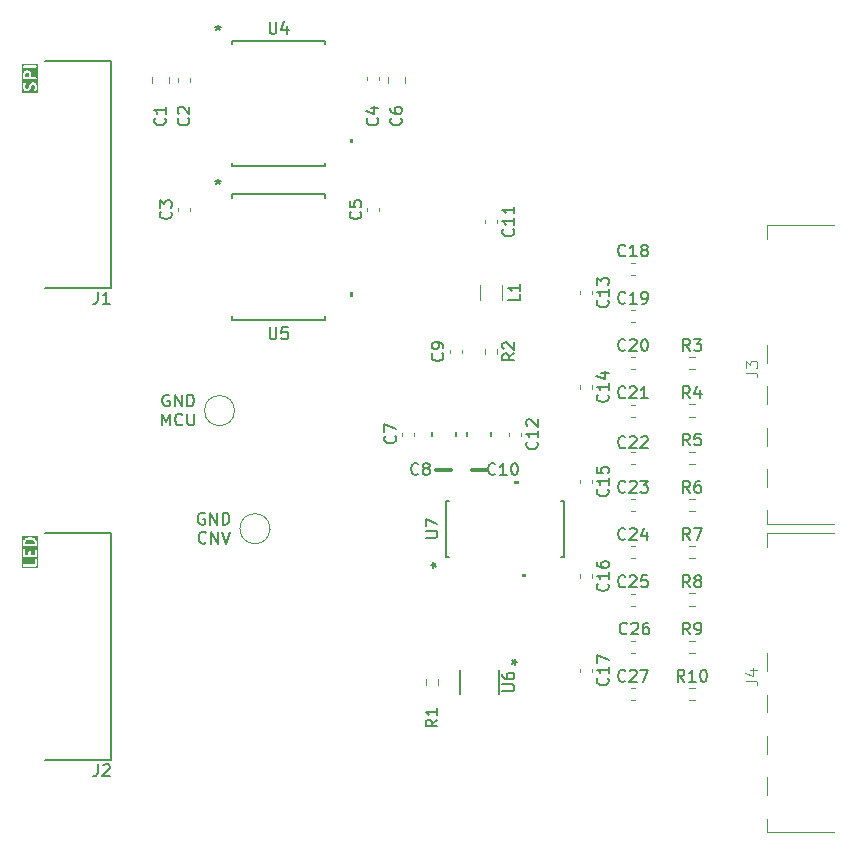
<source format=gbr>
%TF.GenerationSoftware,KiCad,Pcbnew,9.0.0*%
%TF.CreationDate,2025-03-09T08:23:50+03:00*%
%TF.ProjectId,PM_CNV-AI4_W,504d5f43-4e56-42d4-9149-345f572e6b69,rev?*%
%TF.SameCoordinates,Original*%
%TF.FileFunction,Legend,Top*%
%TF.FilePolarity,Positive*%
%FSLAX46Y46*%
G04 Gerber Fmt 4.6, Leading zero omitted, Abs format (unit mm)*
G04 Created by KiCad (PCBNEW 9.0.0) date 2025-03-09 08:23:50*
%MOMM*%
%LPD*%
G01*
G04 APERTURE LIST*
%ADD10C,0.150000*%
%ADD11C,0.200000*%
%ADD12C,0.100000*%
%ADD13C,0.120000*%
%ADD14C,0.152400*%
%ADD15C,0.300000*%
%ADD16C,0.000000*%
G04 APERTURE END LIST*
D10*
X-19261905Y1302534D02*
X-19357143Y1350153D01*
X-19357143Y1350153D02*
X-19500000Y1350153D01*
X-19500000Y1350153D02*
X-19642857Y1302534D01*
X-19642857Y1302534D02*
X-19738095Y1207296D01*
X-19738095Y1207296D02*
X-19785714Y1112058D01*
X-19785714Y1112058D02*
X-19833333Y921582D01*
X-19833333Y921582D02*
X-19833333Y778725D01*
X-19833333Y778725D02*
X-19785714Y588249D01*
X-19785714Y588249D02*
X-19738095Y493011D01*
X-19738095Y493011D02*
X-19642857Y397772D01*
X-19642857Y397772D02*
X-19500000Y350153D01*
X-19500000Y350153D02*
X-19404762Y350153D01*
X-19404762Y350153D02*
X-19261905Y397772D01*
X-19261905Y397772D02*
X-19214286Y445392D01*
X-19214286Y445392D02*
X-19214286Y778725D01*
X-19214286Y778725D02*
X-19404762Y778725D01*
X-18785714Y350153D02*
X-18785714Y1350153D01*
X-18785714Y1350153D02*
X-18214286Y350153D01*
X-18214286Y350153D02*
X-18214286Y1350153D01*
X-17738095Y350153D02*
X-17738095Y1350153D01*
X-17738095Y1350153D02*
X-17500000Y1350153D01*
X-17500000Y1350153D02*
X-17357143Y1302534D01*
X-17357143Y1302534D02*
X-17261905Y1207296D01*
X-17261905Y1207296D02*
X-17214286Y1112058D01*
X-17214286Y1112058D02*
X-17166667Y921582D01*
X-17166667Y921582D02*
X-17166667Y778725D01*
X-17166667Y778725D02*
X-17214286Y588249D01*
X-17214286Y588249D02*
X-17261905Y493011D01*
X-17261905Y493011D02*
X-17357143Y397772D01*
X-17357143Y397772D02*
X-17500000Y350153D01*
X-17500000Y350153D02*
X-17738095Y350153D01*
X-19142858Y-1164552D02*
X-19190477Y-1212172D01*
X-19190477Y-1212172D02*
X-19333334Y-1259791D01*
X-19333334Y-1259791D02*
X-19428572Y-1259791D01*
X-19428572Y-1259791D02*
X-19571429Y-1212172D01*
X-19571429Y-1212172D02*
X-19666667Y-1116933D01*
X-19666667Y-1116933D02*
X-19714286Y-1021695D01*
X-19714286Y-1021695D02*
X-19761905Y-831219D01*
X-19761905Y-831219D02*
X-19761905Y-688362D01*
X-19761905Y-688362D02*
X-19714286Y-497886D01*
X-19714286Y-497886D02*
X-19666667Y-402648D01*
X-19666667Y-402648D02*
X-19571429Y-307410D01*
X-19571429Y-307410D02*
X-19428572Y-259791D01*
X-19428572Y-259791D02*
X-19333334Y-259791D01*
X-19333334Y-259791D02*
X-19190477Y-307410D01*
X-19190477Y-307410D02*
X-19142858Y-355029D01*
X-18714286Y-1259791D02*
X-18714286Y-259791D01*
X-18714286Y-259791D02*
X-18142858Y-1259791D01*
X-18142858Y-1259791D02*
X-18142858Y-259791D01*
X-17809524Y-259791D02*
X-17476191Y-1259791D01*
X-17476191Y-1259791D02*
X-17142858Y-259791D01*
X-22261905Y11302534D02*
X-22357143Y11350153D01*
X-22357143Y11350153D02*
X-22500000Y11350153D01*
X-22500000Y11350153D02*
X-22642857Y11302534D01*
X-22642857Y11302534D02*
X-22738095Y11207296D01*
X-22738095Y11207296D02*
X-22785714Y11112058D01*
X-22785714Y11112058D02*
X-22833333Y10921582D01*
X-22833333Y10921582D02*
X-22833333Y10778725D01*
X-22833333Y10778725D02*
X-22785714Y10588249D01*
X-22785714Y10588249D02*
X-22738095Y10493011D01*
X-22738095Y10493011D02*
X-22642857Y10397772D01*
X-22642857Y10397772D02*
X-22500000Y10350153D01*
X-22500000Y10350153D02*
X-22404762Y10350153D01*
X-22404762Y10350153D02*
X-22261905Y10397772D01*
X-22261905Y10397772D02*
X-22214286Y10445392D01*
X-22214286Y10445392D02*
X-22214286Y10778725D01*
X-22214286Y10778725D02*
X-22404762Y10778725D01*
X-21785714Y10350153D02*
X-21785714Y11350153D01*
X-21785714Y11350153D02*
X-21214286Y10350153D01*
X-21214286Y10350153D02*
X-21214286Y11350153D01*
X-20738095Y10350153D02*
X-20738095Y11350153D01*
X-20738095Y11350153D02*
X-20500000Y11350153D01*
X-20500000Y11350153D02*
X-20357143Y11302534D01*
X-20357143Y11302534D02*
X-20261905Y11207296D01*
X-20261905Y11207296D02*
X-20214286Y11112058D01*
X-20214286Y11112058D02*
X-20166667Y10921582D01*
X-20166667Y10921582D02*
X-20166667Y10778725D01*
X-20166667Y10778725D02*
X-20214286Y10588249D01*
X-20214286Y10588249D02*
X-20261905Y10493011D01*
X-20261905Y10493011D02*
X-20357143Y10397772D01*
X-20357143Y10397772D02*
X-20500000Y10350153D01*
X-20500000Y10350153D02*
X-20738095Y10350153D01*
X-22857143Y8740209D02*
X-22857143Y9740209D01*
X-22857143Y9740209D02*
X-22523810Y9025924D01*
X-22523810Y9025924D02*
X-22190477Y9740209D01*
X-22190477Y9740209D02*
X-22190477Y8740209D01*
X-21142858Y8835448D02*
X-21190477Y8787828D01*
X-21190477Y8787828D02*
X-21333334Y8740209D01*
X-21333334Y8740209D02*
X-21428572Y8740209D01*
X-21428572Y8740209D02*
X-21571429Y8787828D01*
X-21571429Y8787828D02*
X-21666667Y8883067D01*
X-21666667Y8883067D02*
X-21714286Y8978305D01*
X-21714286Y8978305D02*
X-21761905Y9168781D01*
X-21761905Y9168781D02*
X-21761905Y9311638D01*
X-21761905Y9311638D02*
X-21714286Y9502114D01*
X-21714286Y9502114D02*
X-21666667Y9597352D01*
X-21666667Y9597352D02*
X-21571429Y9692590D01*
X-21571429Y9692590D02*
X-21428572Y9740209D01*
X-21428572Y9740209D02*
X-21333334Y9740209D01*
X-21333334Y9740209D02*
X-21190477Y9692590D01*
X-21190477Y9692590D02*
X-21142858Y9644971D01*
X-20714286Y9740209D02*
X-20714286Y8930686D01*
X-20714286Y8930686D02*
X-20666667Y8835448D01*
X-20666667Y8835448D02*
X-20619048Y8787828D01*
X-20619048Y8787828D02*
X-20523810Y8740209D01*
X-20523810Y8740209D02*
X-20333334Y8740209D01*
X-20333334Y8740209D02*
X-20238096Y8787828D01*
X-20238096Y8787828D02*
X-20190477Y8835448D01*
X-20190477Y8835448D02*
X-20142858Y8930686D01*
X-20142858Y8930686D02*
X-20142858Y9740209D01*
D11*
G36*
X-34178446Y38571951D02*
G01*
X-34153777Y38547283D01*
X-34123972Y38487673D01*
X-34123972Y38230328D01*
X-34447781Y38230328D01*
X-34447781Y38487673D01*
X-34417976Y38547283D01*
X-34393308Y38571952D01*
X-34333698Y38601756D01*
X-34238055Y38601756D01*
X-34178446Y38571951D01*
G37*
G36*
X-33336670Y36919217D02*
G01*
X-34758892Y36919217D01*
X-34758892Y37558899D01*
X-34647781Y37558899D01*
X-34647781Y37320804D01*
X-34645860Y37301295D01*
X-34644485Y37297975D01*
X-34644230Y37294391D01*
X-34637224Y37276083D01*
X-34589605Y37180845D01*
X-34584320Y37172449D01*
X-34583309Y37170009D01*
X-34581056Y37167263D01*
X-34579162Y37164255D01*
X-34577168Y37162526D01*
X-34570873Y37154855D01*
X-34523254Y37107237D01*
X-34515588Y37100945D01*
X-34513855Y37098947D01*
X-34510847Y37097054D01*
X-34508101Y37094800D01*
X-34505661Y37093790D01*
X-34497264Y37088504D01*
X-34402027Y37040885D01*
X-34383718Y37033879D01*
X-34380135Y37033625D01*
X-34376814Y37032249D01*
X-34357305Y37030328D01*
X-34262067Y37030328D01*
X-34242558Y37032249D01*
X-34239238Y37033625D01*
X-34235654Y37033879D01*
X-34217346Y37040885D01*
X-34122108Y37088504D01*
X-34113712Y37093790D01*
X-34111272Y37094800D01*
X-34108526Y37097054D01*
X-34105518Y37098947D01*
X-34103789Y37100942D01*
X-34096118Y37107236D01*
X-34048500Y37154855D01*
X-34042208Y37162522D01*
X-34040210Y37164254D01*
X-34038317Y37167263D01*
X-34036063Y37170008D01*
X-34035053Y37172449D01*
X-34029767Y37180845D01*
X-33982148Y37276082D01*
X-33981602Y37277511D01*
X-33981172Y37278090D01*
X-33978251Y37286267D01*
X-33975142Y37294391D01*
X-33975091Y37295112D01*
X-33974577Y37296550D01*
X-33929621Y37476376D01*
X-33894167Y37547283D01*
X-33869499Y37571952D01*
X-33809889Y37601756D01*
X-33761865Y37601756D01*
X-33702254Y37571950D01*
X-33677586Y37547283D01*
X-33647781Y37487673D01*
X-33647781Y37289412D01*
X-33690268Y37161951D01*
X-33694615Y37142835D01*
X-33691849Y37103915D01*
X-33674399Y37069016D01*
X-33644923Y37043451D01*
X-33607907Y37031113D01*
X-33568987Y37033879D01*
X-33534088Y37051329D01*
X-33508523Y37080805D01*
X-33500532Y37098705D01*
X-33452913Y37241562D01*
X-33450714Y37251235D01*
X-33449702Y37253676D01*
X-33449354Y37257214D01*
X-33448566Y37260677D01*
X-33448754Y37263312D01*
X-33447781Y37273185D01*
X-33447781Y37511280D01*
X-33449702Y37530789D01*
X-33451078Y37534110D01*
X-33451332Y37537693D01*
X-33458338Y37556002D01*
X-33505957Y37651239D01*
X-33511243Y37659636D01*
X-33512253Y37662076D01*
X-33514507Y37664822D01*
X-33516400Y37667830D01*
X-33518397Y37669562D01*
X-33524690Y37677230D01*
X-33572310Y37724848D01*
X-33579980Y37731143D01*
X-33581709Y37733137D01*
X-33584714Y37735029D01*
X-33587463Y37737285D01*
X-33589907Y37738297D01*
X-33598299Y37743580D01*
X-33693537Y37791199D01*
X-33711845Y37798205D01*
X-33715429Y37798460D01*
X-33718749Y37799835D01*
X-33738258Y37801756D01*
X-33833496Y37801756D01*
X-33853005Y37799835D01*
X-33856326Y37798460D01*
X-33859909Y37798205D01*
X-33878218Y37791199D01*
X-33973455Y37743580D01*
X-33981852Y37738295D01*
X-33984292Y37737284D01*
X-33987038Y37735031D01*
X-33990046Y37733137D01*
X-33991779Y37731140D01*
X-33999445Y37724847D01*
X-34047064Y37677229D01*
X-34053359Y37669559D01*
X-34055353Y37667829D01*
X-34057247Y37664822D01*
X-34059500Y37662075D01*
X-34060511Y37659636D01*
X-34065796Y37651239D01*
X-34113415Y37556001D01*
X-34113961Y37554575D01*
X-34114391Y37553994D01*
X-34117313Y37545818D01*
X-34120421Y37537693D01*
X-34120473Y37536971D01*
X-34120986Y37535533D01*
X-34165943Y37355709D01*
X-34201396Y37284802D01*
X-34226065Y37260134D01*
X-34285674Y37230328D01*
X-34333698Y37230328D01*
X-34393308Y37260133D01*
X-34417976Y37284802D01*
X-34447781Y37344412D01*
X-34447781Y37542672D01*
X-34405294Y37670133D01*
X-34400947Y37689248D01*
X-34403713Y37728168D01*
X-34421163Y37763067D01*
X-34450639Y37788632D01*
X-34487655Y37800971D01*
X-34526575Y37798204D01*
X-34561474Y37780755D01*
X-34587039Y37751279D01*
X-34595030Y37733378D01*
X-34642649Y37590522D01*
X-34644849Y37580851D01*
X-34645860Y37578408D01*
X-34646209Y37574870D01*
X-34646996Y37571406D01*
X-34646809Y37568773D01*
X-34647781Y37558899D01*
X-34758892Y37558899D01*
X-34758892Y38511280D01*
X-34647781Y38511280D01*
X-34647781Y38130328D01*
X-34645860Y38110819D01*
X-34630928Y38074771D01*
X-34603338Y38047181D01*
X-34567290Y38032249D01*
X-34547781Y38030328D01*
X-33547781Y38030328D01*
X-33528272Y38032249D01*
X-33492224Y38047181D01*
X-33464634Y38074771D01*
X-33449702Y38110819D01*
X-33449702Y38149837D01*
X-33464634Y38185885D01*
X-33492224Y38213475D01*
X-33528272Y38228407D01*
X-33547781Y38230328D01*
X-33923972Y38230328D01*
X-33923972Y38511280D01*
X-33925893Y38530789D01*
X-33927269Y38534110D01*
X-33927523Y38537693D01*
X-33934529Y38556002D01*
X-33982148Y38651239D01*
X-33987434Y38659636D01*
X-33988444Y38662076D01*
X-33990698Y38664822D01*
X-33992591Y38667830D01*
X-33994589Y38669563D01*
X-34000881Y38677229D01*
X-34048499Y38724848D01*
X-34056170Y38731143D01*
X-34057899Y38733137D01*
X-34060907Y38735031D01*
X-34063653Y38737284D01*
X-34066093Y38738295D01*
X-34074489Y38743580D01*
X-34169727Y38791199D01*
X-34188035Y38798205D01*
X-34191619Y38798460D01*
X-34194939Y38799835D01*
X-34214448Y38801756D01*
X-34357305Y38801756D01*
X-34376814Y38799835D01*
X-34380135Y38798460D01*
X-34383718Y38798205D01*
X-34402027Y38791199D01*
X-34497264Y38743580D01*
X-34505661Y38738295D01*
X-34508101Y38737284D01*
X-34510847Y38735031D01*
X-34513855Y38733137D01*
X-34515588Y38731140D01*
X-34523254Y38724847D01*
X-34570873Y38677229D01*
X-34577168Y38669559D01*
X-34579162Y38667829D01*
X-34581056Y38664822D01*
X-34583309Y38662075D01*
X-34584320Y38659636D01*
X-34589605Y38651239D01*
X-34637224Y38556001D01*
X-34644230Y38537693D01*
X-34644485Y38534110D01*
X-34645860Y38530789D01*
X-34647781Y38511280D01*
X-34758892Y38511280D01*
X-34758892Y39149837D01*
X-34645860Y39149837D01*
X-34645860Y39110819D01*
X-34630928Y39074771D01*
X-34603338Y39047181D01*
X-34567290Y39032249D01*
X-34547781Y39030328D01*
X-33547781Y39030328D01*
X-33528272Y39032249D01*
X-33492224Y39047181D01*
X-33464634Y39074771D01*
X-33449702Y39110819D01*
X-33449702Y39149837D01*
X-33464634Y39185885D01*
X-33492224Y39213475D01*
X-33528272Y39228407D01*
X-33547781Y39230328D01*
X-34547781Y39230328D01*
X-34567290Y39228407D01*
X-34603338Y39213475D01*
X-34630928Y39185885D01*
X-34645860Y39149837D01*
X-34758892Y39149837D01*
X-34758892Y39341439D01*
X-33336670Y39341439D01*
X-33336670Y36919217D01*
G37*
G36*
X-33820782Y-964024D02*
G01*
X-33749873Y-999478D01*
X-33682803Y-1066548D01*
X-33647781Y-1171613D01*
X-33647781Y-1293482D01*
X-34447781Y-1293482D01*
X-34447781Y-1171614D01*
X-34412760Y-1066549D01*
X-34345687Y-999477D01*
X-34274782Y-964024D01*
X-34106901Y-922054D01*
X-33988663Y-922054D01*
X-33820782Y-964024D01*
G37*
G36*
X-33336670Y-3318879D02*
G01*
X-34758892Y-3318879D01*
X-34758892Y-3088259D01*
X-34645860Y-3088259D01*
X-34645860Y-3127277D01*
X-34630928Y-3163325D01*
X-34603338Y-3190915D01*
X-34567290Y-3205847D01*
X-34547781Y-3207768D01*
X-33547781Y-3207768D01*
X-33528272Y-3205847D01*
X-33492224Y-3190915D01*
X-33464634Y-3163325D01*
X-33449702Y-3127277D01*
X-33447781Y-3107768D01*
X-33447781Y-2631578D01*
X-33449702Y-2612069D01*
X-33464634Y-2576021D01*
X-33492224Y-2548431D01*
X-33528272Y-2533499D01*
X-33567290Y-2533499D01*
X-33603338Y-2548431D01*
X-33630928Y-2576021D01*
X-33645860Y-2612069D01*
X-33647781Y-2631578D01*
X-33647781Y-3007768D01*
X-34547781Y-3007768D01*
X-34567290Y-3009689D01*
X-34603338Y-3024621D01*
X-34630928Y-3052211D01*
X-34645860Y-3088259D01*
X-34758892Y-3088259D01*
X-34758892Y-1822054D01*
X-34647781Y-1822054D01*
X-34647781Y-2298244D01*
X-34645860Y-2317753D01*
X-34630928Y-2353801D01*
X-34603338Y-2381391D01*
X-34567290Y-2396323D01*
X-34547781Y-2398244D01*
X-33547781Y-2398244D01*
X-33528272Y-2396323D01*
X-33492224Y-2381391D01*
X-33464634Y-2353801D01*
X-33449702Y-2317753D01*
X-33447781Y-2298244D01*
X-33447781Y-1822054D01*
X-33449702Y-1802545D01*
X-33464634Y-1766497D01*
X-33492224Y-1738907D01*
X-33528272Y-1723975D01*
X-33567290Y-1723975D01*
X-33603338Y-1738907D01*
X-33630928Y-1766497D01*
X-33645860Y-1802545D01*
X-33647781Y-1822054D01*
X-33647781Y-2198244D01*
X-33971591Y-2198244D01*
X-33971591Y-1964911D01*
X-33973512Y-1945402D01*
X-33988444Y-1909354D01*
X-34016034Y-1881764D01*
X-34052082Y-1866832D01*
X-34091100Y-1866832D01*
X-34127148Y-1881764D01*
X-34154738Y-1909354D01*
X-34169670Y-1945402D01*
X-34171591Y-1964911D01*
X-34171591Y-2198244D01*
X-34447781Y-2198244D01*
X-34447781Y-1822054D01*
X-34449702Y-1802545D01*
X-34464634Y-1766497D01*
X-34492224Y-1738907D01*
X-34528272Y-1723975D01*
X-34567290Y-1723975D01*
X-34603338Y-1738907D01*
X-34630928Y-1766497D01*
X-34645860Y-1802545D01*
X-34647781Y-1822054D01*
X-34758892Y-1822054D01*
X-34758892Y-1155387D01*
X-34647781Y-1155387D01*
X-34647781Y-1393482D01*
X-34645860Y-1412991D01*
X-34630928Y-1449039D01*
X-34603338Y-1476629D01*
X-34567290Y-1491561D01*
X-34547781Y-1493482D01*
X-33547781Y-1493482D01*
X-33528272Y-1491561D01*
X-33492224Y-1476629D01*
X-33464634Y-1449039D01*
X-33449702Y-1412991D01*
X-33447781Y-1393482D01*
X-33447781Y-1155387D01*
X-33448754Y-1145513D01*
X-33448566Y-1142879D01*
X-33449354Y-1139415D01*
X-33449702Y-1135878D01*
X-33450714Y-1133436D01*
X-33452913Y-1123764D01*
X-33500532Y-980907D01*
X-33508523Y-963007D01*
X-33510878Y-960291D01*
X-33512253Y-956972D01*
X-33524689Y-941819D01*
X-33619929Y-846581D01*
X-33627599Y-840286D01*
X-33629328Y-838292D01*
X-33632333Y-836400D01*
X-33635082Y-834144D01*
X-33637526Y-833131D01*
X-33645918Y-827849D01*
X-33741156Y-780230D01*
X-33742583Y-779684D01*
X-33743163Y-779254D01*
X-33751340Y-776332D01*
X-33759464Y-773224D01*
X-33760187Y-773172D01*
X-33761624Y-772659D01*
X-33952099Y-725040D01*
X-33955481Y-724539D01*
X-33956844Y-723975D01*
X-33964195Y-723251D01*
X-33971492Y-722172D01*
X-33972951Y-722389D01*
X-33976353Y-722054D01*
X-34119210Y-722054D01*
X-34122613Y-722389D01*
X-34124071Y-722172D01*
X-34131369Y-723251D01*
X-34138719Y-723975D01*
X-34140083Y-724539D01*
X-34143464Y-725040D01*
X-34333940Y-772659D01*
X-34335379Y-773172D01*
X-34336099Y-773224D01*
X-34344224Y-776332D01*
X-34352400Y-779254D01*
X-34352980Y-779683D01*
X-34354408Y-780230D01*
X-34449645Y-827849D01*
X-34458044Y-833135D01*
X-34460481Y-834145D01*
X-34463225Y-836396D01*
X-34466236Y-838292D01*
X-34467969Y-840289D01*
X-34475635Y-846581D01*
X-34570873Y-941819D01*
X-34583309Y-956973D01*
X-34584684Y-960291D01*
X-34587039Y-963007D01*
X-34595030Y-980908D01*
X-34642649Y-1123764D01*
X-34644849Y-1133435D01*
X-34645860Y-1135878D01*
X-34646209Y-1139416D01*
X-34646996Y-1142880D01*
X-34646809Y-1145513D01*
X-34647781Y-1155387D01*
X-34758892Y-1155387D01*
X-34758892Y-610943D01*
X-33336670Y-610943D01*
X-33336670Y-3318879D01*
G37*
D10*
X21833333Y7045181D02*
X21500000Y7521372D01*
X21261905Y7045181D02*
X21261905Y8045181D01*
X21261905Y8045181D02*
X21642857Y8045181D01*
X21642857Y8045181D02*
X21738095Y7997562D01*
X21738095Y7997562D02*
X21785714Y7949943D01*
X21785714Y7949943D02*
X21833333Y7854705D01*
X21833333Y7854705D02*
X21833333Y7711848D01*
X21833333Y7711848D02*
X21785714Y7616610D01*
X21785714Y7616610D02*
X21738095Y7568991D01*
X21738095Y7568991D02*
X21642857Y7521372D01*
X21642857Y7521372D02*
X21261905Y7521372D01*
X22738095Y8045181D02*
X22261905Y8045181D01*
X22261905Y8045181D02*
X22214286Y7568991D01*
X22214286Y7568991D02*
X22261905Y7616610D01*
X22261905Y7616610D02*
X22357143Y7664229D01*
X22357143Y7664229D02*
X22595238Y7664229D01*
X22595238Y7664229D02*
X22690476Y7616610D01*
X22690476Y7616610D02*
X22738095Y7568991D01*
X22738095Y7568991D02*
X22785714Y7473753D01*
X22785714Y7473753D02*
X22785714Y7235658D01*
X22785714Y7235658D02*
X22738095Y7140420D01*
X22738095Y7140420D02*
X22690476Y7092800D01*
X22690476Y7092800D02*
X22595238Y7045181D01*
X22595238Y7045181D02*
X22357143Y7045181D01*
X22357143Y7045181D02*
X22261905Y7092800D01*
X22261905Y7092800D02*
X22214286Y7140420D01*
X-20640420Y34758459D02*
X-20592800Y34710840D01*
X-20592800Y34710840D02*
X-20545181Y34567983D01*
X-20545181Y34567983D02*
X-20545181Y34472745D01*
X-20545181Y34472745D02*
X-20592800Y34329888D01*
X-20592800Y34329888D02*
X-20688039Y34234650D01*
X-20688039Y34234650D02*
X-20783277Y34187031D01*
X-20783277Y34187031D02*
X-20973753Y34139412D01*
X-20973753Y34139412D02*
X-21116610Y34139412D01*
X-21116610Y34139412D02*
X-21307086Y34187031D01*
X-21307086Y34187031D02*
X-21402324Y34234650D01*
X-21402324Y34234650D02*
X-21497562Y34329888D01*
X-21497562Y34329888D02*
X-21545181Y34472745D01*
X-21545181Y34472745D02*
X-21545181Y34567983D01*
X-21545181Y34567983D02*
X-21497562Y34710840D01*
X-21497562Y34710840D02*
X-21449943Y34758459D01*
X-21449943Y35139412D02*
X-21497562Y35187031D01*
X-21497562Y35187031D02*
X-21545181Y35282269D01*
X-21545181Y35282269D02*
X-21545181Y35520364D01*
X-21545181Y35520364D02*
X-21497562Y35615602D01*
X-21497562Y35615602D02*
X-21449943Y35663221D01*
X-21449943Y35663221D02*
X-21354705Y35710840D01*
X-21354705Y35710840D02*
X-21259467Y35710840D01*
X-21259467Y35710840D02*
X-21116610Y35663221D01*
X-21116610Y35663221D02*
X-20545181Y35091793D01*
X-20545181Y35091793D02*
X-20545181Y35710840D01*
X21833333Y-8954819D02*
X21500000Y-8478628D01*
X21261905Y-8954819D02*
X21261905Y-7954819D01*
X21261905Y-7954819D02*
X21642857Y-7954819D01*
X21642857Y-7954819D02*
X21738095Y-8002438D01*
X21738095Y-8002438D02*
X21785714Y-8050057D01*
X21785714Y-8050057D02*
X21833333Y-8145295D01*
X21833333Y-8145295D02*
X21833333Y-8288152D01*
X21833333Y-8288152D02*
X21785714Y-8383390D01*
X21785714Y-8383390D02*
X21738095Y-8431009D01*
X21738095Y-8431009D02*
X21642857Y-8478628D01*
X21642857Y-8478628D02*
X21261905Y-8478628D01*
X22309524Y-8954819D02*
X22500000Y-8954819D01*
X22500000Y-8954819D02*
X22595238Y-8907200D01*
X22595238Y-8907200D02*
X22642857Y-8859580D01*
X22642857Y-8859580D02*
X22738095Y-8716723D01*
X22738095Y-8716723D02*
X22785714Y-8526247D01*
X22785714Y-8526247D02*
X22785714Y-8145295D01*
X22785714Y-8145295D02*
X22738095Y-8050057D01*
X22738095Y-8050057D02*
X22690476Y-8002438D01*
X22690476Y-8002438D02*
X22595238Y-7954819D01*
X22595238Y-7954819D02*
X22404762Y-7954819D01*
X22404762Y-7954819D02*
X22309524Y-8002438D01*
X22309524Y-8002438D02*
X22261905Y-8050057D01*
X22261905Y-8050057D02*
X22214286Y-8145295D01*
X22214286Y-8145295D02*
X22214286Y-8383390D01*
X22214286Y-8383390D02*
X22261905Y-8478628D01*
X22261905Y-8478628D02*
X22309524Y-8526247D01*
X22309524Y-8526247D02*
X22404762Y-8573866D01*
X22404762Y-8573866D02*
X22595238Y-8573866D01*
X22595238Y-8573866D02*
X22690476Y-8526247D01*
X22690476Y-8526247D02*
X22738095Y-8478628D01*
X22738095Y-8478628D02*
X22785714Y-8383390D01*
X16357142Y15140420D02*
X16309523Y15092800D01*
X16309523Y15092800D02*
X16166666Y15045181D01*
X16166666Y15045181D02*
X16071428Y15045181D01*
X16071428Y15045181D02*
X15928571Y15092800D01*
X15928571Y15092800D02*
X15833333Y15188039D01*
X15833333Y15188039D02*
X15785714Y15283277D01*
X15785714Y15283277D02*
X15738095Y15473753D01*
X15738095Y15473753D02*
X15738095Y15616610D01*
X15738095Y15616610D02*
X15785714Y15807086D01*
X15785714Y15807086D02*
X15833333Y15902324D01*
X15833333Y15902324D02*
X15928571Y15997562D01*
X15928571Y15997562D02*
X16071428Y16045181D01*
X16071428Y16045181D02*
X16166666Y16045181D01*
X16166666Y16045181D02*
X16309523Y15997562D01*
X16309523Y15997562D02*
X16357142Y15949943D01*
X16738095Y15949943D02*
X16785714Y15997562D01*
X16785714Y15997562D02*
X16880952Y16045181D01*
X16880952Y16045181D02*
X17119047Y16045181D01*
X17119047Y16045181D02*
X17214285Y15997562D01*
X17214285Y15997562D02*
X17261904Y15949943D01*
X17261904Y15949943D02*
X17309523Y15854705D01*
X17309523Y15854705D02*
X17309523Y15759467D01*
X17309523Y15759467D02*
X17261904Y15616610D01*
X17261904Y15616610D02*
X16690476Y15045181D01*
X16690476Y15045181D02*
X17309523Y15045181D01*
X17928571Y16045181D02*
X18023809Y16045181D01*
X18023809Y16045181D02*
X18119047Y15997562D01*
X18119047Y15997562D02*
X18166666Y15949943D01*
X18166666Y15949943D02*
X18214285Y15854705D01*
X18214285Y15854705D02*
X18261904Y15664229D01*
X18261904Y15664229D02*
X18261904Y15426134D01*
X18261904Y15426134D02*
X18214285Y15235658D01*
X18214285Y15235658D02*
X18166666Y15140420D01*
X18166666Y15140420D02*
X18119047Y15092800D01*
X18119047Y15092800D02*
X18023809Y15045181D01*
X18023809Y15045181D02*
X17928571Y15045181D01*
X17928571Y15045181D02*
X17833333Y15092800D01*
X17833333Y15092800D02*
X17785714Y15140420D01*
X17785714Y15140420D02*
X17738095Y15235658D01*
X17738095Y15235658D02*
X17690476Y15426134D01*
X17690476Y15426134D02*
X17690476Y15664229D01*
X17690476Y15664229D02*
X17738095Y15854705D01*
X17738095Y15854705D02*
X17785714Y15949943D01*
X17785714Y15949943D02*
X17833333Y15997562D01*
X17833333Y15997562D02*
X17928571Y16045181D01*
X16357142Y11140420D02*
X16309523Y11092800D01*
X16309523Y11092800D02*
X16166666Y11045181D01*
X16166666Y11045181D02*
X16071428Y11045181D01*
X16071428Y11045181D02*
X15928571Y11092800D01*
X15928571Y11092800D02*
X15833333Y11188039D01*
X15833333Y11188039D02*
X15785714Y11283277D01*
X15785714Y11283277D02*
X15738095Y11473753D01*
X15738095Y11473753D02*
X15738095Y11616610D01*
X15738095Y11616610D02*
X15785714Y11807086D01*
X15785714Y11807086D02*
X15833333Y11902324D01*
X15833333Y11902324D02*
X15928571Y11997562D01*
X15928571Y11997562D02*
X16071428Y12045181D01*
X16071428Y12045181D02*
X16166666Y12045181D01*
X16166666Y12045181D02*
X16309523Y11997562D01*
X16309523Y11997562D02*
X16357142Y11949943D01*
X16738095Y11949943D02*
X16785714Y11997562D01*
X16785714Y11997562D02*
X16880952Y12045181D01*
X16880952Y12045181D02*
X17119047Y12045181D01*
X17119047Y12045181D02*
X17214285Y11997562D01*
X17214285Y11997562D02*
X17261904Y11949943D01*
X17261904Y11949943D02*
X17309523Y11854705D01*
X17309523Y11854705D02*
X17309523Y11759467D01*
X17309523Y11759467D02*
X17261904Y11616610D01*
X17261904Y11616610D02*
X16690476Y11045181D01*
X16690476Y11045181D02*
X17309523Y11045181D01*
X18261904Y11045181D02*
X17690476Y11045181D01*
X17976190Y11045181D02*
X17976190Y12045181D01*
X17976190Y12045181D02*
X17880952Y11902324D01*
X17880952Y11902324D02*
X17785714Y11807086D01*
X17785714Y11807086D02*
X17690476Y11759467D01*
X859580Y14833334D02*
X907200Y14785715D01*
X907200Y14785715D02*
X954819Y14642858D01*
X954819Y14642858D02*
X954819Y14547620D01*
X954819Y14547620D02*
X907200Y14404763D01*
X907200Y14404763D02*
X811961Y14309525D01*
X811961Y14309525D02*
X716723Y14261906D01*
X716723Y14261906D02*
X526247Y14214287D01*
X526247Y14214287D02*
X383390Y14214287D01*
X383390Y14214287D02*
X192914Y14261906D01*
X192914Y14261906D02*
X97676Y14309525D01*
X97676Y14309525D02*
X2438Y14404763D01*
X2438Y14404763D02*
X-45181Y14547620D01*
X-45181Y14547620D02*
X-45181Y14642858D01*
X-45181Y14642858D02*
X2438Y14785715D01*
X2438Y14785715D02*
X50057Y14833334D01*
X954819Y15309525D02*
X954819Y15500001D01*
X954819Y15500001D02*
X907200Y15595239D01*
X907200Y15595239D02*
X859580Y15642858D01*
X859580Y15642858D02*
X716723Y15738096D01*
X716723Y15738096D02*
X526247Y15785715D01*
X526247Y15785715D02*
X145295Y15785715D01*
X145295Y15785715D02*
X50057Y15738096D01*
X50057Y15738096D02*
X2438Y15690477D01*
X2438Y15690477D02*
X-45181Y15595239D01*
X-45181Y15595239D02*
X-45181Y15404763D01*
X-45181Y15404763D02*
X2438Y15309525D01*
X2438Y15309525D02*
X50057Y15261906D01*
X50057Y15261906D02*
X145295Y15214287D01*
X145295Y15214287D02*
X383390Y15214287D01*
X383390Y15214287D02*
X478628Y15261906D01*
X478628Y15261906D02*
X526247Y15309525D01*
X526247Y15309525D02*
X573866Y15404763D01*
X573866Y15404763D02*
X573866Y15595239D01*
X573866Y15595239D02*
X526247Y15690477D01*
X526247Y15690477D02*
X478628Y15738096D01*
X478628Y15738096D02*
X383390Y15785715D01*
X14859580Y-12642857D02*
X14907200Y-12690476D01*
X14907200Y-12690476D02*
X14954819Y-12833333D01*
X14954819Y-12833333D02*
X14954819Y-12928571D01*
X14954819Y-12928571D02*
X14907200Y-13071428D01*
X14907200Y-13071428D02*
X14811961Y-13166666D01*
X14811961Y-13166666D02*
X14716723Y-13214285D01*
X14716723Y-13214285D02*
X14526247Y-13261904D01*
X14526247Y-13261904D02*
X14383390Y-13261904D01*
X14383390Y-13261904D02*
X14192914Y-13214285D01*
X14192914Y-13214285D02*
X14097676Y-13166666D01*
X14097676Y-13166666D02*
X14002438Y-13071428D01*
X14002438Y-13071428D02*
X13954819Y-12928571D01*
X13954819Y-12928571D02*
X13954819Y-12833333D01*
X13954819Y-12833333D02*
X14002438Y-12690476D01*
X14002438Y-12690476D02*
X14050057Y-12642857D01*
X14954819Y-11690476D02*
X14954819Y-12261904D01*
X14954819Y-11976190D02*
X13954819Y-11976190D01*
X13954819Y-11976190D02*
X14097676Y-12071428D01*
X14097676Y-12071428D02*
X14192914Y-12166666D01*
X14192914Y-12166666D02*
X14240533Y-12261904D01*
X13954819Y-11357142D02*
X13954819Y-10690476D01*
X13954819Y-10690476D02*
X14954819Y-11119047D01*
D12*
X26547419Y13206667D02*
X27261704Y13206667D01*
X27261704Y13206667D02*
X27404561Y13159048D01*
X27404561Y13159048D02*
X27499800Y13063810D01*
X27499800Y13063810D02*
X27547419Y12920953D01*
X27547419Y12920953D02*
X27547419Y12825715D01*
X26547419Y13587620D02*
X26547419Y14206667D01*
X26547419Y14206667D02*
X26928371Y13873334D01*
X26928371Y13873334D02*
X26928371Y14016191D01*
X26928371Y14016191D02*
X26975990Y14111429D01*
X26975990Y14111429D02*
X27023609Y14159048D01*
X27023609Y14159048D02*
X27118847Y14206667D01*
X27118847Y14206667D02*
X27356942Y14206667D01*
X27356942Y14206667D02*
X27452180Y14159048D01*
X27452180Y14159048D02*
X27499800Y14111429D01*
X27499800Y14111429D02*
X27547419Y14016191D01*
X27547419Y14016191D02*
X27547419Y13730477D01*
X27547419Y13730477D02*
X27499800Y13635239D01*
X27499800Y13635239D02*
X27452180Y13587620D01*
D10*
X14859580Y11357143D02*
X14907200Y11309524D01*
X14907200Y11309524D02*
X14954819Y11166667D01*
X14954819Y11166667D02*
X14954819Y11071429D01*
X14954819Y11071429D02*
X14907200Y10928572D01*
X14907200Y10928572D02*
X14811961Y10833334D01*
X14811961Y10833334D02*
X14716723Y10785715D01*
X14716723Y10785715D02*
X14526247Y10738096D01*
X14526247Y10738096D02*
X14383390Y10738096D01*
X14383390Y10738096D02*
X14192914Y10785715D01*
X14192914Y10785715D02*
X14097676Y10833334D01*
X14097676Y10833334D02*
X14002438Y10928572D01*
X14002438Y10928572D02*
X13954819Y11071429D01*
X13954819Y11071429D02*
X13954819Y11166667D01*
X13954819Y11166667D02*
X14002438Y11309524D01*
X14002438Y11309524D02*
X14050057Y11357143D01*
X14954819Y12309524D02*
X14954819Y11738096D01*
X14954819Y12023810D02*
X13954819Y12023810D01*
X13954819Y12023810D02*
X14097676Y11928572D01*
X14097676Y11928572D02*
X14192914Y11833334D01*
X14192914Y11833334D02*
X14240533Y11738096D01*
X14288152Y13166667D02*
X14954819Y13166667D01*
X13907200Y12928572D02*
X14621485Y12690477D01*
X14621485Y12690477D02*
X14621485Y13309524D01*
X16357142Y19140420D02*
X16309523Y19092800D01*
X16309523Y19092800D02*
X16166666Y19045181D01*
X16166666Y19045181D02*
X16071428Y19045181D01*
X16071428Y19045181D02*
X15928571Y19092800D01*
X15928571Y19092800D02*
X15833333Y19188039D01*
X15833333Y19188039D02*
X15785714Y19283277D01*
X15785714Y19283277D02*
X15738095Y19473753D01*
X15738095Y19473753D02*
X15738095Y19616610D01*
X15738095Y19616610D02*
X15785714Y19807086D01*
X15785714Y19807086D02*
X15833333Y19902324D01*
X15833333Y19902324D02*
X15928571Y19997562D01*
X15928571Y19997562D02*
X16071428Y20045181D01*
X16071428Y20045181D02*
X16166666Y20045181D01*
X16166666Y20045181D02*
X16309523Y19997562D01*
X16309523Y19997562D02*
X16357142Y19949943D01*
X17309523Y19045181D02*
X16738095Y19045181D01*
X17023809Y19045181D02*
X17023809Y20045181D01*
X17023809Y20045181D02*
X16928571Y19902324D01*
X16928571Y19902324D02*
X16833333Y19807086D01*
X16833333Y19807086D02*
X16738095Y19759467D01*
X17785714Y19045181D02*
X17976190Y19045181D01*
X17976190Y19045181D02*
X18071428Y19092800D01*
X18071428Y19092800D02*
X18119047Y19140420D01*
X18119047Y19140420D02*
X18214285Y19283277D01*
X18214285Y19283277D02*
X18261904Y19473753D01*
X18261904Y19473753D02*
X18261904Y19854705D01*
X18261904Y19854705D02*
X18214285Y19949943D01*
X18214285Y19949943D02*
X18166666Y19997562D01*
X18166666Y19997562D02*
X18071428Y20045181D01*
X18071428Y20045181D02*
X17880952Y20045181D01*
X17880952Y20045181D02*
X17785714Y19997562D01*
X17785714Y19997562D02*
X17738095Y19949943D01*
X17738095Y19949943D02*
X17690476Y19854705D01*
X17690476Y19854705D02*
X17690476Y19616610D01*
X17690476Y19616610D02*
X17738095Y19521372D01*
X17738095Y19521372D02*
X17785714Y19473753D01*
X17785714Y19473753D02*
X17880952Y19426134D01*
X17880952Y19426134D02*
X18071428Y19426134D01*
X18071428Y19426134D02*
X18166666Y19473753D01*
X18166666Y19473753D02*
X18214285Y19521372D01*
X18214285Y19521372D02*
X18261904Y19616610D01*
X14859580Y3357143D02*
X14907200Y3309524D01*
X14907200Y3309524D02*
X14954819Y3166667D01*
X14954819Y3166667D02*
X14954819Y3071429D01*
X14954819Y3071429D02*
X14907200Y2928572D01*
X14907200Y2928572D02*
X14811961Y2833334D01*
X14811961Y2833334D02*
X14716723Y2785715D01*
X14716723Y2785715D02*
X14526247Y2738096D01*
X14526247Y2738096D02*
X14383390Y2738096D01*
X14383390Y2738096D02*
X14192914Y2785715D01*
X14192914Y2785715D02*
X14097676Y2833334D01*
X14097676Y2833334D02*
X14002438Y2928572D01*
X14002438Y2928572D02*
X13954819Y3071429D01*
X13954819Y3071429D02*
X13954819Y3166667D01*
X13954819Y3166667D02*
X14002438Y3309524D01*
X14002438Y3309524D02*
X14050057Y3357143D01*
X14954819Y4309524D02*
X14954819Y3738096D01*
X14954819Y4023810D02*
X13954819Y4023810D01*
X13954819Y4023810D02*
X14097676Y3928572D01*
X14097676Y3928572D02*
X14192914Y3833334D01*
X14192914Y3833334D02*
X14240533Y3738096D01*
X13954819Y5214286D02*
X13954819Y4738096D01*
X13954819Y4738096D02*
X14431009Y4690477D01*
X14431009Y4690477D02*
X14383390Y4738096D01*
X14383390Y4738096D02*
X14335771Y4833334D01*
X14335771Y4833334D02*
X14335771Y5071429D01*
X14335771Y5071429D02*
X14383390Y5166667D01*
X14383390Y5166667D02*
X14431009Y5214286D01*
X14431009Y5214286D02*
X14526247Y5261905D01*
X14526247Y5261905D02*
X14764342Y5261905D01*
X14764342Y5261905D02*
X14859580Y5214286D01*
X14859580Y5214286D02*
X14907200Y5166667D01*
X14907200Y5166667D02*
X14954819Y5071429D01*
X14954819Y5071429D02*
X14954819Y4833334D01*
X14954819Y4833334D02*
X14907200Y4738096D01*
X14907200Y4738096D02*
X14859580Y4690477D01*
X16357142Y23140420D02*
X16309523Y23092800D01*
X16309523Y23092800D02*
X16166666Y23045181D01*
X16166666Y23045181D02*
X16071428Y23045181D01*
X16071428Y23045181D02*
X15928571Y23092800D01*
X15928571Y23092800D02*
X15833333Y23188039D01*
X15833333Y23188039D02*
X15785714Y23283277D01*
X15785714Y23283277D02*
X15738095Y23473753D01*
X15738095Y23473753D02*
X15738095Y23616610D01*
X15738095Y23616610D02*
X15785714Y23807086D01*
X15785714Y23807086D02*
X15833333Y23902324D01*
X15833333Y23902324D02*
X15928571Y23997562D01*
X15928571Y23997562D02*
X16071428Y24045181D01*
X16071428Y24045181D02*
X16166666Y24045181D01*
X16166666Y24045181D02*
X16309523Y23997562D01*
X16309523Y23997562D02*
X16357142Y23949943D01*
X17309523Y23045181D02*
X16738095Y23045181D01*
X17023809Y23045181D02*
X17023809Y24045181D01*
X17023809Y24045181D02*
X16928571Y23902324D01*
X16928571Y23902324D02*
X16833333Y23807086D01*
X16833333Y23807086D02*
X16738095Y23759467D01*
X17880952Y23616610D02*
X17785714Y23664229D01*
X17785714Y23664229D02*
X17738095Y23711848D01*
X17738095Y23711848D02*
X17690476Y23807086D01*
X17690476Y23807086D02*
X17690476Y23854705D01*
X17690476Y23854705D02*
X17738095Y23949943D01*
X17738095Y23949943D02*
X17785714Y23997562D01*
X17785714Y23997562D02*
X17880952Y24045181D01*
X17880952Y24045181D02*
X18071428Y24045181D01*
X18071428Y24045181D02*
X18166666Y23997562D01*
X18166666Y23997562D02*
X18214285Y23949943D01*
X18214285Y23949943D02*
X18261904Y23854705D01*
X18261904Y23854705D02*
X18261904Y23807086D01*
X18261904Y23807086D02*
X18214285Y23711848D01*
X18214285Y23711848D02*
X18166666Y23664229D01*
X18166666Y23664229D02*
X18071428Y23616610D01*
X18071428Y23616610D02*
X17880952Y23616610D01*
X17880952Y23616610D02*
X17785714Y23568991D01*
X17785714Y23568991D02*
X17738095Y23521372D01*
X17738095Y23521372D02*
X17690476Y23426134D01*
X17690476Y23426134D02*
X17690476Y23235658D01*
X17690476Y23235658D02*
X17738095Y23140420D01*
X17738095Y23140420D02*
X17785714Y23092800D01*
X17785714Y23092800D02*
X17880952Y23045181D01*
X17880952Y23045181D02*
X18071428Y23045181D01*
X18071428Y23045181D02*
X18166666Y23092800D01*
X18166666Y23092800D02*
X18214285Y23140420D01*
X18214285Y23140420D02*
X18261904Y23235658D01*
X18261904Y23235658D02*
X18261904Y23426134D01*
X18261904Y23426134D02*
X18214285Y23521372D01*
X18214285Y23521372D02*
X18166666Y23568991D01*
X18166666Y23568991D02*
X18071428Y23616610D01*
X6954819Y14833334D02*
X6478628Y14500001D01*
X6954819Y14261906D02*
X5954819Y14261906D01*
X5954819Y14261906D02*
X5954819Y14642858D01*
X5954819Y14642858D02*
X6002438Y14738096D01*
X6002438Y14738096D02*
X6050057Y14785715D01*
X6050057Y14785715D02*
X6145295Y14833334D01*
X6145295Y14833334D02*
X6288152Y14833334D01*
X6288152Y14833334D02*
X6383390Y14785715D01*
X6383390Y14785715D02*
X6431009Y14738096D01*
X6431009Y14738096D02*
X6478628Y14642858D01*
X6478628Y14642858D02*
X6478628Y14261906D01*
X6050057Y15214287D02*
X6002438Y15261906D01*
X6002438Y15261906D02*
X5954819Y15357144D01*
X5954819Y15357144D02*
X5954819Y15595239D01*
X5954819Y15595239D02*
X6002438Y15690477D01*
X6002438Y15690477D02*
X6050057Y15738096D01*
X6050057Y15738096D02*
X6145295Y15785715D01*
X6145295Y15785715D02*
X6240533Y15785715D01*
X6240533Y15785715D02*
X6383390Y15738096D01*
X6383390Y15738096D02*
X6954819Y15166668D01*
X6954819Y15166668D02*
X6954819Y15785715D01*
X16357142Y-4859580D02*
X16309523Y-4907200D01*
X16309523Y-4907200D02*
X16166666Y-4954819D01*
X16166666Y-4954819D02*
X16071428Y-4954819D01*
X16071428Y-4954819D02*
X15928571Y-4907200D01*
X15928571Y-4907200D02*
X15833333Y-4811961D01*
X15833333Y-4811961D02*
X15785714Y-4716723D01*
X15785714Y-4716723D02*
X15738095Y-4526247D01*
X15738095Y-4526247D02*
X15738095Y-4383390D01*
X15738095Y-4383390D02*
X15785714Y-4192914D01*
X15785714Y-4192914D02*
X15833333Y-4097676D01*
X15833333Y-4097676D02*
X15928571Y-4002438D01*
X15928571Y-4002438D02*
X16071428Y-3954819D01*
X16071428Y-3954819D02*
X16166666Y-3954819D01*
X16166666Y-3954819D02*
X16309523Y-4002438D01*
X16309523Y-4002438D02*
X16357142Y-4050057D01*
X16738095Y-4050057D02*
X16785714Y-4002438D01*
X16785714Y-4002438D02*
X16880952Y-3954819D01*
X16880952Y-3954819D02*
X17119047Y-3954819D01*
X17119047Y-3954819D02*
X17214285Y-4002438D01*
X17214285Y-4002438D02*
X17261904Y-4050057D01*
X17261904Y-4050057D02*
X17309523Y-4145295D01*
X17309523Y-4145295D02*
X17309523Y-4240533D01*
X17309523Y-4240533D02*
X17261904Y-4383390D01*
X17261904Y-4383390D02*
X16690476Y-4954819D01*
X16690476Y-4954819D02*
X17309523Y-4954819D01*
X18214285Y-3954819D02*
X17738095Y-3954819D01*
X17738095Y-3954819D02*
X17690476Y-4431009D01*
X17690476Y-4431009D02*
X17738095Y-4383390D01*
X17738095Y-4383390D02*
X17833333Y-4335771D01*
X17833333Y-4335771D02*
X18071428Y-4335771D01*
X18071428Y-4335771D02*
X18166666Y-4383390D01*
X18166666Y-4383390D02*
X18214285Y-4431009D01*
X18214285Y-4431009D02*
X18261904Y-4526247D01*
X18261904Y-4526247D02*
X18261904Y-4764342D01*
X18261904Y-4764342D02*
X18214285Y-4859580D01*
X18214285Y-4859580D02*
X18166666Y-4907200D01*
X18166666Y-4907200D02*
X18071428Y-4954819D01*
X18071428Y-4954819D02*
X17833333Y-4954819D01*
X17833333Y-4954819D02*
X17738095Y-4907200D01*
X17738095Y-4907200D02*
X17690476Y-4859580D01*
X21833333Y11045181D02*
X21500000Y11521372D01*
X21261905Y11045181D02*
X21261905Y12045181D01*
X21261905Y12045181D02*
X21642857Y12045181D01*
X21642857Y12045181D02*
X21738095Y11997562D01*
X21738095Y11997562D02*
X21785714Y11949943D01*
X21785714Y11949943D02*
X21833333Y11854705D01*
X21833333Y11854705D02*
X21833333Y11711848D01*
X21833333Y11711848D02*
X21785714Y11616610D01*
X21785714Y11616610D02*
X21738095Y11568991D01*
X21738095Y11568991D02*
X21642857Y11521372D01*
X21642857Y11521372D02*
X21261905Y11521372D01*
X22690476Y11711848D02*
X22690476Y11045181D01*
X22452381Y12092800D02*
X22214286Y11378515D01*
X22214286Y11378515D02*
X22833333Y11378515D01*
X-22640420Y34758459D02*
X-22592800Y34710840D01*
X-22592800Y34710840D02*
X-22545181Y34567983D01*
X-22545181Y34567983D02*
X-22545181Y34472745D01*
X-22545181Y34472745D02*
X-22592800Y34329888D01*
X-22592800Y34329888D02*
X-22688039Y34234650D01*
X-22688039Y34234650D02*
X-22783277Y34187031D01*
X-22783277Y34187031D02*
X-22973753Y34139412D01*
X-22973753Y34139412D02*
X-23116610Y34139412D01*
X-23116610Y34139412D02*
X-23307086Y34187031D01*
X-23307086Y34187031D02*
X-23402324Y34234650D01*
X-23402324Y34234650D02*
X-23497562Y34329888D01*
X-23497562Y34329888D02*
X-23545181Y34472745D01*
X-23545181Y34472745D02*
X-23545181Y34567983D01*
X-23545181Y34567983D02*
X-23497562Y34710840D01*
X-23497562Y34710840D02*
X-23449943Y34758459D01*
X-22545181Y35710840D02*
X-22545181Y35139412D01*
X-22545181Y35425126D02*
X-23545181Y35425126D01*
X-23545181Y35425126D02*
X-23402324Y35329888D01*
X-23402324Y35329888D02*
X-23307086Y35234650D01*
X-23307086Y35234650D02*
X-23259467Y35139412D01*
X16357142Y3140420D02*
X16309523Y3092800D01*
X16309523Y3092800D02*
X16166666Y3045181D01*
X16166666Y3045181D02*
X16071428Y3045181D01*
X16071428Y3045181D02*
X15928571Y3092800D01*
X15928571Y3092800D02*
X15833333Y3188039D01*
X15833333Y3188039D02*
X15785714Y3283277D01*
X15785714Y3283277D02*
X15738095Y3473753D01*
X15738095Y3473753D02*
X15738095Y3616610D01*
X15738095Y3616610D02*
X15785714Y3807086D01*
X15785714Y3807086D02*
X15833333Y3902324D01*
X15833333Y3902324D02*
X15928571Y3997562D01*
X15928571Y3997562D02*
X16071428Y4045181D01*
X16071428Y4045181D02*
X16166666Y4045181D01*
X16166666Y4045181D02*
X16309523Y3997562D01*
X16309523Y3997562D02*
X16357142Y3949943D01*
X16738095Y3949943D02*
X16785714Y3997562D01*
X16785714Y3997562D02*
X16880952Y4045181D01*
X16880952Y4045181D02*
X17119047Y4045181D01*
X17119047Y4045181D02*
X17214285Y3997562D01*
X17214285Y3997562D02*
X17261904Y3949943D01*
X17261904Y3949943D02*
X17309523Y3854705D01*
X17309523Y3854705D02*
X17309523Y3759467D01*
X17309523Y3759467D02*
X17261904Y3616610D01*
X17261904Y3616610D02*
X16690476Y3045181D01*
X16690476Y3045181D02*
X17309523Y3045181D01*
X17642857Y4045181D02*
X18261904Y4045181D01*
X18261904Y4045181D02*
X17928571Y3664229D01*
X17928571Y3664229D02*
X18071428Y3664229D01*
X18071428Y3664229D02*
X18166666Y3616610D01*
X18166666Y3616610D02*
X18214285Y3568991D01*
X18214285Y3568991D02*
X18261904Y3473753D01*
X18261904Y3473753D02*
X18261904Y3235658D01*
X18261904Y3235658D02*
X18214285Y3140420D01*
X18214285Y3140420D02*
X18166666Y3092800D01*
X18166666Y3092800D02*
X18071428Y3045181D01*
X18071428Y3045181D02*
X17785714Y3045181D01*
X17785714Y3045181D02*
X17690476Y3092800D01*
X17690476Y3092800D02*
X17642857Y3140420D01*
X-3140420Y7833334D02*
X-3092800Y7785715D01*
X-3092800Y7785715D02*
X-3045181Y7642858D01*
X-3045181Y7642858D02*
X-3045181Y7547620D01*
X-3045181Y7547620D02*
X-3092800Y7404763D01*
X-3092800Y7404763D02*
X-3188039Y7309525D01*
X-3188039Y7309525D02*
X-3283277Y7261906D01*
X-3283277Y7261906D02*
X-3473753Y7214287D01*
X-3473753Y7214287D02*
X-3616610Y7214287D01*
X-3616610Y7214287D02*
X-3807086Y7261906D01*
X-3807086Y7261906D02*
X-3902324Y7309525D01*
X-3902324Y7309525D02*
X-3997562Y7404763D01*
X-3997562Y7404763D02*
X-4045181Y7547620D01*
X-4045181Y7547620D02*
X-4045181Y7642858D01*
X-4045181Y7642858D02*
X-3997562Y7785715D01*
X-3997562Y7785715D02*
X-3949943Y7833334D01*
X-4045181Y8166668D02*
X-4045181Y8833334D01*
X-4045181Y8833334D02*
X-3045181Y8404763D01*
X-4640420Y34758459D02*
X-4592800Y34710840D01*
X-4592800Y34710840D02*
X-4545181Y34567983D01*
X-4545181Y34567983D02*
X-4545181Y34472745D01*
X-4545181Y34472745D02*
X-4592800Y34329888D01*
X-4592800Y34329888D02*
X-4688039Y34234650D01*
X-4688039Y34234650D02*
X-4783277Y34187031D01*
X-4783277Y34187031D02*
X-4973753Y34139412D01*
X-4973753Y34139412D02*
X-5116610Y34139412D01*
X-5116610Y34139412D02*
X-5307086Y34187031D01*
X-5307086Y34187031D02*
X-5402324Y34234650D01*
X-5402324Y34234650D02*
X-5497562Y34329888D01*
X-5497562Y34329888D02*
X-5545181Y34472745D01*
X-5545181Y34472745D02*
X-5545181Y34567983D01*
X-5545181Y34567983D02*
X-5497562Y34710840D01*
X-5497562Y34710840D02*
X-5449943Y34758459D01*
X-5211848Y35615602D02*
X-4545181Y35615602D01*
X-5592800Y35377507D02*
X-4878515Y35139412D01*
X-4878515Y35139412D02*
X-4878515Y35758459D01*
X7454819Y19833334D02*
X7454819Y19357144D01*
X7454819Y19357144D02*
X6454819Y19357144D01*
X7454819Y20690477D02*
X7454819Y20119049D01*
X7454819Y20404763D02*
X6454819Y20404763D01*
X6454819Y20404763D02*
X6597676Y20309525D01*
X6597676Y20309525D02*
X6692914Y20214287D01*
X6692914Y20214287D02*
X6740533Y20119049D01*
D12*
X26547419Y-12873333D02*
X27261704Y-12873333D01*
X27261704Y-12873333D02*
X27404561Y-12920952D01*
X27404561Y-12920952D02*
X27499800Y-13016190D01*
X27499800Y-13016190D02*
X27547419Y-13159047D01*
X27547419Y-13159047D02*
X27547419Y-13254285D01*
X26880752Y-11968571D02*
X27547419Y-11968571D01*
X26499800Y-12206666D02*
X27214085Y-12444761D01*
X27214085Y-12444761D02*
X27214085Y-11825714D01*
D10*
X-28289161Y-19954819D02*
X-28289161Y-20669104D01*
X-28289161Y-20669104D02*
X-28336780Y-20811961D01*
X-28336780Y-20811961D02*
X-28432018Y-20907200D01*
X-28432018Y-20907200D02*
X-28574875Y-20954819D01*
X-28574875Y-20954819D02*
X-28670113Y-20954819D01*
X-27860589Y-20050057D02*
X-27812970Y-20002438D01*
X-27812970Y-20002438D02*
X-27717732Y-19954819D01*
X-27717732Y-19954819D02*
X-27479637Y-19954819D01*
X-27479637Y-19954819D02*
X-27384399Y-20002438D01*
X-27384399Y-20002438D02*
X-27336780Y-20050057D01*
X-27336780Y-20050057D02*
X-27289161Y-20145295D01*
X-27289161Y-20145295D02*
X-27289161Y-20240533D01*
X-27289161Y-20240533D02*
X-27336780Y-20383390D01*
X-27336780Y-20383390D02*
X-27908208Y-20954819D01*
X-27908208Y-20954819D02*
X-27289161Y-20954819D01*
X454819Y-16166666D02*
X-21372Y-16499999D01*
X454819Y-16738094D02*
X-545181Y-16738094D01*
X-545181Y-16738094D02*
X-545181Y-16357142D01*
X-545181Y-16357142D02*
X-497562Y-16261904D01*
X-497562Y-16261904D02*
X-449943Y-16214285D01*
X-449943Y-16214285D02*
X-354705Y-16166666D01*
X-354705Y-16166666D02*
X-211848Y-16166666D01*
X-211848Y-16166666D02*
X-116610Y-16214285D01*
X-116610Y-16214285D02*
X-68991Y-16261904D01*
X-68991Y-16261904D02*
X-21372Y-16357142D01*
X-21372Y-16357142D02*
X-21372Y-16738094D01*
X454819Y-15214285D02*
X454819Y-15785713D01*
X454819Y-15499999D02*
X-545181Y-15499999D01*
X-545181Y-15499999D02*
X-402324Y-15595237D01*
X-402324Y-15595237D02*
X-307086Y-15690475D01*
X-307086Y-15690475D02*
X-259467Y-15785713D01*
X-1166667Y4640420D02*
X-1214286Y4592800D01*
X-1214286Y4592800D02*
X-1357143Y4545181D01*
X-1357143Y4545181D02*
X-1452381Y4545181D01*
X-1452381Y4545181D02*
X-1595238Y4592800D01*
X-1595238Y4592800D02*
X-1690476Y4688039D01*
X-1690476Y4688039D02*
X-1738095Y4783277D01*
X-1738095Y4783277D02*
X-1785714Y4973753D01*
X-1785714Y4973753D02*
X-1785714Y5116610D01*
X-1785714Y5116610D02*
X-1738095Y5307086D01*
X-1738095Y5307086D02*
X-1690476Y5402324D01*
X-1690476Y5402324D02*
X-1595238Y5497562D01*
X-1595238Y5497562D02*
X-1452381Y5545181D01*
X-1452381Y5545181D02*
X-1357143Y5545181D01*
X-1357143Y5545181D02*
X-1214286Y5497562D01*
X-1214286Y5497562D02*
X-1166667Y5449943D01*
X-595238Y5116610D02*
X-690476Y5164229D01*
X-690476Y5164229D02*
X-738095Y5211848D01*
X-738095Y5211848D02*
X-785714Y5307086D01*
X-785714Y5307086D02*
X-785714Y5354705D01*
X-785714Y5354705D02*
X-738095Y5449943D01*
X-738095Y5449943D02*
X-690476Y5497562D01*
X-690476Y5497562D02*
X-595238Y5545181D01*
X-595238Y5545181D02*
X-404762Y5545181D01*
X-404762Y5545181D02*
X-309524Y5497562D01*
X-309524Y5497562D02*
X-261905Y5449943D01*
X-261905Y5449943D02*
X-214286Y5354705D01*
X-214286Y5354705D02*
X-214286Y5307086D01*
X-214286Y5307086D02*
X-261905Y5211848D01*
X-261905Y5211848D02*
X-309524Y5164229D01*
X-309524Y5164229D02*
X-404762Y5116610D01*
X-404762Y5116610D02*
X-595238Y5116610D01*
X-595238Y5116610D02*
X-690476Y5068991D01*
X-690476Y5068991D02*
X-738095Y5021372D01*
X-738095Y5021372D02*
X-785714Y4926134D01*
X-785714Y4926134D02*
X-785714Y4735658D01*
X-785714Y4735658D02*
X-738095Y4640420D01*
X-738095Y4640420D02*
X-690476Y4592800D01*
X-690476Y4592800D02*
X-595238Y4545181D01*
X-595238Y4545181D02*
X-404762Y4545181D01*
X-404762Y4545181D02*
X-309524Y4592800D01*
X-309524Y4592800D02*
X-261905Y4640420D01*
X-261905Y4640420D02*
X-214286Y4735658D01*
X-214286Y4735658D02*
X-214286Y4926134D01*
X-214286Y4926134D02*
X-261905Y5021372D01*
X-261905Y5021372D02*
X-309524Y5068991D01*
X-309524Y5068991D02*
X-404762Y5116610D01*
X16357142Y-859580D02*
X16309523Y-907200D01*
X16309523Y-907200D02*
X16166666Y-954819D01*
X16166666Y-954819D02*
X16071428Y-954819D01*
X16071428Y-954819D02*
X15928571Y-907200D01*
X15928571Y-907200D02*
X15833333Y-811961D01*
X15833333Y-811961D02*
X15785714Y-716723D01*
X15785714Y-716723D02*
X15738095Y-526247D01*
X15738095Y-526247D02*
X15738095Y-383390D01*
X15738095Y-383390D02*
X15785714Y-192914D01*
X15785714Y-192914D02*
X15833333Y-97676D01*
X15833333Y-97676D02*
X15928571Y-2438D01*
X15928571Y-2438D02*
X16071428Y45181D01*
X16071428Y45181D02*
X16166666Y45181D01*
X16166666Y45181D02*
X16309523Y-2438D01*
X16309523Y-2438D02*
X16357142Y-50057D01*
X16738095Y-50057D02*
X16785714Y-2438D01*
X16785714Y-2438D02*
X16880952Y45181D01*
X16880952Y45181D02*
X17119047Y45181D01*
X17119047Y45181D02*
X17214285Y-2438D01*
X17214285Y-2438D02*
X17261904Y-50057D01*
X17261904Y-50057D02*
X17309523Y-145295D01*
X17309523Y-145295D02*
X17309523Y-240533D01*
X17309523Y-240533D02*
X17261904Y-383390D01*
X17261904Y-383390D02*
X16690476Y-954819D01*
X16690476Y-954819D02*
X17309523Y-954819D01*
X18166666Y-288152D02*
X18166666Y-954819D01*
X17928571Y92800D02*
X17690476Y-621485D01*
X17690476Y-621485D02*
X18309523Y-621485D01*
X-13761905Y17045181D02*
X-13761905Y16235658D01*
X-13761905Y16235658D02*
X-13714286Y16140420D01*
X-13714286Y16140420D02*
X-13666667Y16092800D01*
X-13666667Y16092800D02*
X-13571429Y16045181D01*
X-13571429Y16045181D02*
X-13380953Y16045181D01*
X-13380953Y16045181D02*
X-13285715Y16092800D01*
X-13285715Y16092800D02*
X-13238096Y16140420D01*
X-13238096Y16140420D02*
X-13190477Y16235658D01*
X-13190477Y16235658D02*
X-13190477Y17045181D01*
X-12238096Y17045181D02*
X-12714286Y17045181D01*
X-12714286Y17045181D02*
X-12761905Y16568991D01*
X-12761905Y16568991D02*
X-12714286Y16616610D01*
X-12714286Y16616610D02*
X-12619048Y16664229D01*
X-12619048Y16664229D02*
X-12380953Y16664229D01*
X-12380953Y16664229D02*
X-12285715Y16616610D01*
X-12285715Y16616610D02*
X-12238096Y16568991D01*
X-12238096Y16568991D02*
X-12190477Y16473753D01*
X-12190477Y16473753D02*
X-12190477Y16235658D01*
X-12190477Y16235658D02*
X-12238096Y16140420D01*
X-12238096Y16140420D02*
X-12285715Y16092800D01*
X-12285715Y16092800D02*
X-12380953Y16045181D01*
X-12380953Y16045181D02*
X-12619048Y16045181D01*
X-12619048Y16045181D02*
X-12714286Y16092800D01*
X-12714286Y16092800D02*
X-12761905Y16140420D01*
X-18130800Y29615781D02*
X-18130800Y29377686D01*
X-18368895Y29472924D02*
X-18130800Y29377686D01*
X-18130800Y29377686D02*
X-17892705Y29472924D01*
X-18273657Y29187210D02*
X-18130800Y29377686D01*
X-18130800Y29377686D02*
X-17987943Y29187210D01*
X14859580Y-4642857D02*
X14907200Y-4690476D01*
X14907200Y-4690476D02*
X14954819Y-4833333D01*
X14954819Y-4833333D02*
X14954819Y-4928571D01*
X14954819Y-4928571D02*
X14907200Y-5071428D01*
X14907200Y-5071428D02*
X14811961Y-5166666D01*
X14811961Y-5166666D02*
X14716723Y-5214285D01*
X14716723Y-5214285D02*
X14526247Y-5261904D01*
X14526247Y-5261904D02*
X14383390Y-5261904D01*
X14383390Y-5261904D02*
X14192914Y-5214285D01*
X14192914Y-5214285D02*
X14097676Y-5166666D01*
X14097676Y-5166666D02*
X14002438Y-5071428D01*
X14002438Y-5071428D02*
X13954819Y-4928571D01*
X13954819Y-4928571D02*
X13954819Y-4833333D01*
X13954819Y-4833333D02*
X14002438Y-4690476D01*
X14002438Y-4690476D02*
X14050057Y-4642857D01*
X14954819Y-3690476D02*
X14954819Y-4261904D01*
X14954819Y-3976190D02*
X13954819Y-3976190D01*
X13954819Y-3976190D02*
X14097676Y-4071428D01*
X14097676Y-4071428D02*
X14192914Y-4166666D01*
X14192914Y-4166666D02*
X14240533Y-4261904D01*
X13954819Y-2833333D02*
X13954819Y-3023809D01*
X13954819Y-3023809D02*
X14002438Y-3119047D01*
X14002438Y-3119047D02*
X14050057Y-3166666D01*
X14050057Y-3166666D02*
X14192914Y-3261904D01*
X14192914Y-3261904D02*
X14383390Y-3309523D01*
X14383390Y-3309523D02*
X14764342Y-3309523D01*
X14764342Y-3309523D02*
X14859580Y-3261904D01*
X14859580Y-3261904D02*
X14907200Y-3214285D01*
X14907200Y-3214285D02*
X14954819Y-3119047D01*
X14954819Y-3119047D02*
X14954819Y-2928571D01*
X14954819Y-2928571D02*
X14907200Y-2833333D01*
X14907200Y-2833333D02*
X14859580Y-2785714D01*
X14859580Y-2785714D02*
X14764342Y-2738095D01*
X14764342Y-2738095D02*
X14526247Y-2738095D01*
X14526247Y-2738095D02*
X14431009Y-2785714D01*
X14431009Y-2785714D02*
X14383390Y-2833333D01*
X14383390Y-2833333D02*
X14335771Y-2928571D01*
X14335771Y-2928571D02*
X14335771Y-3119047D01*
X14335771Y-3119047D02*
X14383390Y-3214285D01*
X14383390Y-3214285D02*
X14431009Y-3261904D01*
X14431009Y-3261904D02*
X14526247Y-3309523D01*
X5954819Y-13761904D02*
X6764342Y-13761904D01*
X6764342Y-13761904D02*
X6859580Y-13714285D01*
X6859580Y-13714285D02*
X6907200Y-13666666D01*
X6907200Y-13666666D02*
X6954819Y-13571428D01*
X6954819Y-13571428D02*
X6954819Y-13380952D01*
X6954819Y-13380952D02*
X6907200Y-13285714D01*
X6907200Y-13285714D02*
X6859580Y-13238095D01*
X6859580Y-13238095D02*
X6764342Y-13190476D01*
X6764342Y-13190476D02*
X5954819Y-13190476D01*
X5954819Y-12285714D02*
X5954819Y-12476190D01*
X5954819Y-12476190D02*
X6002438Y-12571428D01*
X6002438Y-12571428D02*
X6050057Y-12619047D01*
X6050057Y-12619047D02*
X6192914Y-12714285D01*
X6192914Y-12714285D02*
X6383390Y-12761904D01*
X6383390Y-12761904D02*
X6764342Y-12761904D01*
X6764342Y-12761904D02*
X6859580Y-12714285D01*
X6859580Y-12714285D02*
X6907200Y-12666666D01*
X6907200Y-12666666D02*
X6954819Y-12571428D01*
X6954819Y-12571428D02*
X6954819Y-12380952D01*
X6954819Y-12380952D02*
X6907200Y-12285714D01*
X6907200Y-12285714D02*
X6859580Y-12238095D01*
X6859580Y-12238095D02*
X6764342Y-12190476D01*
X6764342Y-12190476D02*
X6526247Y-12190476D01*
X6526247Y-12190476D02*
X6431009Y-12238095D01*
X6431009Y-12238095D02*
X6383390Y-12285714D01*
X6383390Y-12285714D02*
X6335771Y-12380952D01*
X6335771Y-12380952D02*
X6335771Y-12571428D01*
X6335771Y-12571428D02*
X6383390Y-12666666D01*
X6383390Y-12666666D02*
X6431009Y-12714285D01*
X6431009Y-12714285D02*
X6526247Y-12761904D01*
X7196980Y-11279150D02*
X6958885Y-11279150D01*
X7054123Y-11041055D02*
X6958885Y-11279150D01*
X6958885Y-11279150D02*
X7054123Y-11517245D01*
X6768409Y-11136293D02*
X6958885Y-11279150D01*
X6958885Y-11279150D02*
X6768409Y-11422007D01*
X16357142Y-12859580D02*
X16309523Y-12907200D01*
X16309523Y-12907200D02*
X16166666Y-12954819D01*
X16166666Y-12954819D02*
X16071428Y-12954819D01*
X16071428Y-12954819D02*
X15928571Y-12907200D01*
X15928571Y-12907200D02*
X15833333Y-12811961D01*
X15833333Y-12811961D02*
X15785714Y-12716723D01*
X15785714Y-12716723D02*
X15738095Y-12526247D01*
X15738095Y-12526247D02*
X15738095Y-12383390D01*
X15738095Y-12383390D02*
X15785714Y-12192914D01*
X15785714Y-12192914D02*
X15833333Y-12097676D01*
X15833333Y-12097676D02*
X15928571Y-12002438D01*
X15928571Y-12002438D02*
X16071428Y-11954819D01*
X16071428Y-11954819D02*
X16166666Y-11954819D01*
X16166666Y-11954819D02*
X16309523Y-12002438D01*
X16309523Y-12002438D02*
X16357142Y-12050057D01*
X16738095Y-12050057D02*
X16785714Y-12002438D01*
X16785714Y-12002438D02*
X16880952Y-11954819D01*
X16880952Y-11954819D02*
X17119047Y-11954819D01*
X17119047Y-11954819D02*
X17214285Y-12002438D01*
X17214285Y-12002438D02*
X17261904Y-12050057D01*
X17261904Y-12050057D02*
X17309523Y-12145295D01*
X17309523Y-12145295D02*
X17309523Y-12240533D01*
X17309523Y-12240533D02*
X17261904Y-12383390D01*
X17261904Y-12383390D02*
X16690476Y-12954819D01*
X16690476Y-12954819D02*
X17309523Y-12954819D01*
X17642857Y-11954819D02*
X18309523Y-11954819D01*
X18309523Y-11954819D02*
X17880952Y-12954819D01*
X6859580Y25357143D02*
X6907200Y25309524D01*
X6907200Y25309524D02*
X6954819Y25166667D01*
X6954819Y25166667D02*
X6954819Y25071429D01*
X6954819Y25071429D02*
X6907200Y24928572D01*
X6907200Y24928572D02*
X6811961Y24833334D01*
X6811961Y24833334D02*
X6716723Y24785715D01*
X6716723Y24785715D02*
X6526247Y24738096D01*
X6526247Y24738096D02*
X6383390Y24738096D01*
X6383390Y24738096D02*
X6192914Y24785715D01*
X6192914Y24785715D02*
X6097676Y24833334D01*
X6097676Y24833334D02*
X6002438Y24928572D01*
X6002438Y24928572D02*
X5954819Y25071429D01*
X5954819Y25071429D02*
X5954819Y25166667D01*
X5954819Y25166667D02*
X6002438Y25309524D01*
X6002438Y25309524D02*
X6050057Y25357143D01*
X6954819Y26309524D02*
X6954819Y25738096D01*
X6954819Y26023810D02*
X5954819Y26023810D01*
X5954819Y26023810D02*
X6097676Y25928572D01*
X6097676Y25928572D02*
X6192914Y25833334D01*
X6192914Y25833334D02*
X6240533Y25738096D01*
X6954819Y27261905D02*
X6954819Y26690477D01*
X6954819Y26976191D02*
X5954819Y26976191D01*
X5954819Y26976191D02*
X6097676Y26880953D01*
X6097676Y26880953D02*
X6192914Y26785715D01*
X6192914Y26785715D02*
X6240533Y26690477D01*
X-2640420Y34758459D02*
X-2592800Y34710840D01*
X-2592800Y34710840D02*
X-2545181Y34567983D01*
X-2545181Y34567983D02*
X-2545181Y34472745D01*
X-2545181Y34472745D02*
X-2592800Y34329888D01*
X-2592800Y34329888D02*
X-2688039Y34234650D01*
X-2688039Y34234650D02*
X-2783277Y34187031D01*
X-2783277Y34187031D02*
X-2973753Y34139412D01*
X-2973753Y34139412D02*
X-3116610Y34139412D01*
X-3116610Y34139412D02*
X-3307086Y34187031D01*
X-3307086Y34187031D02*
X-3402324Y34234650D01*
X-3402324Y34234650D02*
X-3497562Y34329888D01*
X-3497562Y34329888D02*
X-3545181Y34472745D01*
X-3545181Y34472745D02*
X-3545181Y34567983D01*
X-3545181Y34567983D02*
X-3497562Y34710840D01*
X-3497562Y34710840D02*
X-3449943Y34758459D01*
X-3545181Y35615602D02*
X-3545181Y35425126D01*
X-3545181Y35425126D02*
X-3497562Y35329888D01*
X-3497562Y35329888D02*
X-3449943Y35282269D01*
X-3449943Y35282269D02*
X-3307086Y35187031D01*
X-3307086Y35187031D02*
X-3116610Y35139412D01*
X-3116610Y35139412D02*
X-2735658Y35139412D01*
X-2735658Y35139412D02*
X-2640420Y35187031D01*
X-2640420Y35187031D02*
X-2592800Y35234650D01*
X-2592800Y35234650D02*
X-2545181Y35329888D01*
X-2545181Y35329888D02*
X-2545181Y35520364D01*
X-2545181Y35520364D02*
X-2592800Y35615602D01*
X-2592800Y35615602D02*
X-2640420Y35663221D01*
X-2640420Y35663221D02*
X-2735658Y35710840D01*
X-2735658Y35710840D02*
X-2973753Y35710840D01*
X-2973753Y35710840D02*
X-3068991Y35663221D01*
X-3068991Y35663221D02*
X-3116610Y35615602D01*
X-3116610Y35615602D02*
X-3164229Y35520364D01*
X-3164229Y35520364D02*
X-3164229Y35329888D01*
X-3164229Y35329888D02*
X-3116610Y35234650D01*
X-3116610Y35234650D02*
X-3068991Y35187031D01*
X-3068991Y35187031D02*
X-2973753Y35139412D01*
X-545181Y-761904D02*
X264342Y-761904D01*
X264342Y-761904D02*
X359580Y-714285D01*
X359580Y-714285D02*
X407200Y-666666D01*
X407200Y-666666D02*
X454819Y-571428D01*
X454819Y-571428D02*
X454819Y-380952D01*
X454819Y-380952D02*
X407200Y-285714D01*
X407200Y-285714D02*
X359580Y-238095D01*
X359580Y-238095D02*
X264342Y-190476D01*
X264342Y-190476D02*
X-545181Y-190476D01*
X-545181Y190477D02*
X-545181Y857143D01*
X-545181Y857143D02*
X454819Y428572D01*
X-93781Y-3073399D02*
X144314Y-3073399D01*
X49076Y-3311494D02*
X144314Y-3073399D01*
X144314Y-3073399D02*
X49076Y-2835304D01*
X334790Y-3216256D02*
X144314Y-3073399D01*
X144314Y-3073399D02*
X334790Y-2930542D01*
X8859580Y7357143D02*
X8907200Y7309524D01*
X8907200Y7309524D02*
X8954819Y7166667D01*
X8954819Y7166667D02*
X8954819Y7071429D01*
X8954819Y7071429D02*
X8907200Y6928572D01*
X8907200Y6928572D02*
X8811961Y6833334D01*
X8811961Y6833334D02*
X8716723Y6785715D01*
X8716723Y6785715D02*
X8526247Y6738096D01*
X8526247Y6738096D02*
X8383390Y6738096D01*
X8383390Y6738096D02*
X8192914Y6785715D01*
X8192914Y6785715D02*
X8097676Y6833334D01*
X8097676Y6833334D02*
X8002438Y6928572D01*
X8002438Y6928572D02*
X7954819Y7071429D01*
X7954819Y7071429D02*
X7954819Y7166667D01*
X7954819Y7166667D02*
X8002438Y7309524D01*
X8002438Y7309524D02*
X8050057Y7357143D01*
X8954819Y8309524D02*
X8954819Y7738096D01*
X8954819Y8023810D02*
X7954819Y8023810D01*
X7954819Y8023810D02*
X8097676Y7928572D01*
X8097676Y7928572D02*
X8192914Y7833334D01*
X8192914Y7833334D02*
X8240533Y7738096D01*
X8050057Y8690477D02*
X8002438Y8738096D01*
X8002438Y8738096D02*
X7954819Y8833334D01*
X7954819Y8833334D02*
X7954819Y9071429D01*
X7954819Y9071429D02*
X8002438Y9166667D01*
X8002438Y9166667D02*
X8050057Y9214286D01*
X8050057Y9214286D02*
X8145295Y9261905D01*
X8145295Y9261905D02*
X8240533Y9261905D01*
X8240533Y9261905D02*
X8383390Y9214286D01*
X8383390Y9214286D02*
X8954819Y8642858D01*
X8954819Y8642858D02*
X8954819Y9261905D01*
X21833333Y-954819D02*
X21500000Y-478628D01*
X21261905Y-954819D02*
X21261905Y45181D01*
X21261905Y45181D02*
X21642857Y45181D01*
X21642857Y45181D02*
X21738095Y-2438D01*
X21738095Y-2438D02*
X21785714Y-50057D01*
X21785714Y-50057D02*
X21833333Y-145295D01*
X21833333Y-145295D02*
X21833333Y-288152D01*
X21833333Y-288152D02*
X21785714Y-383390D01*
X21785714Y-383390D02*
X21738095Y-431009D01*
X21738095Y-431009D02*
X21642857Y-478628D01*
X21642857Y-478628D02*
X21261905Y-478628D01*
X22166667Y45181D02*
X22833333Y45181D01*
X22833333Y45181D02*
X22404762Y-954819D01*
X-28289161Y20045181D02*
X-28289161Y19330896D01*
X-28289161Y19330896D02*
X-28336780Y19188039D01*
X-28336780Y19188039D02*
X-28432018Y19092800D01*
X-28432018Y19092800D02*
X-28574875Y19045181D01*
X-28574875Y19045181D02*
X-28670113Y19045181D01*
X-27289161Y19045181D02*
X-27860589Y19045181D01*
X-27574875Y19045181D02*
X-27574875Y20045181D01*
X-27574875Y20045181D02*
X-27670113Y19902324D01*
X-27670113Y19902324D02*
X-27765351Y19807086D01*
X-27765351Y19807086D02*
X-27860589Y19759467D01*
X14859580Y19357143D02*
X14907200Y19309524D01*
X14907200Y19309524D02*
X14954819Y19166667D01*
X14954819Y19166667D02*
X14954819Y19071429D01*
X14954819Y19071429D02*
X14907200Y18928572D01*
X14907200Y18928572D02*
X14811961Y18833334D01*
X14811961Y18833334D02*
X14716723Y18785715D01*
X14716723Y18785715D02*
X14526247Y18738096D01*
X14526247Y18738096D02*
X14383390Y18738096D01*
X14383390Y18738096D02*
X14192914Y18785715D01*
X14192914Y18785715D02*
X14097676Y18833334D01*
X14097676Y18833334D02*
X14002438Y18928572D01*
X14002438Y18928572D02*
X13954819Y19071429D01*
X13954819Y19071429D02*
X13954819Y19166667D01*
X13954819Y19166667D02*
X14002438Y19309524D01*
X14002438Y19309524D02*
X14050057Y19357143D01*
X14954819Y20309524D02*
X14954819Y19738096D01*
X14954819Y20023810D02*
X13954819Y20023810D01*
X13954819Y20023810D02*
X14097676Y19928572D01*
X14097676Y19928572D02*
X14192914Y19833334D01*
X14192914Y19833334D02*
X14240533Y19738096D01*
X13954819Y20642858D02*
X13954819Y21261905D01*
X13954819Y21261905D02*
X14335771Y20928572D01*
X14335771Y20928572D02*
X14335771Y21071429D01*
X14335771Y21071429D02*
X14383390Y21166667D01*
X14383390Y21166667D02*
X14431009Y21214286D01*
X14431009Y21214286D02*
X14526247Y21261905D01*
X14526247Y21261905D02*
X14764342Y21261905D01*
X14764342Y21261905D02*
X14859580Y21214286D01*
X14859580Y21214286D02*
X14907200Y21166667D01*
X14907200Y21166667D02*
X14954819Y21071429D01*
X14954819Y21071429D02*
X14954819Y20785715D01*
X14954819Y20785715D02*
X14907200Y20690477D01*
X14907200Y20690477D02*
X14859580Y20642858D01*
X16497722Y-8859580D02*
X16450103Y-8907200D01*
X16450103Y-8907200D02*
X16307246Y-8954819D01*
X16307246Y-8954819D02*
X16212008Y-8954819D01*
X16212008Y-8954819D02*
X16069151Y-8907200D01*
X16069151Y-8907200D02*
X15973913Y-8811961D01*
X15973913Y-8811961D02*
X15926294Y-8716723D01*
X15926294Y-8716723D02*
X15878675Y-8526247D01*
X15878675Y-8526247D02*
X15878675Y-8383390D01*
X15878675Y-8383390D02*
X15926294Y-8192914D01*
X15926294Y-8192914D02*
X15973913Y-8097676D01*
X15973913Y-8097676D02*
X16069151Y-8002438D01*
X16069151Y-8002438D02*
X16212008Y-7954819D01*
X16212008Y-7954819D02*
X16307246Y-7954819D01*
X16307246Y-7954819D02*
X16450103Y-8002438D01*
X16450103Y-8002438D02*
X16497722Y-8050057D01*
X16878675Y-8050057D02*
X16926294Y-8002438D01*
X16926294Y-8002438D02*
X17021532Y-7954819D01*
X17021532Y-7954819D02*
X17259627Y-7954819D01*
X17259627Y-7954819D02*
X17354865Y-8002438D01*
X17354865Y-8002438D02*
X17402484Y-8050057D01*
X17402484Y-8050057D02*
X17450103Y-8145295D01*
X17450103Y-8145295D02*
X17450103Y-8240533D01*
X17450103Y-8240533D02*
X17402484Y-8383390D01*
X17402484Y-8383390D02*
X16831056Y-8954819D01*
X16831056Y-8954819D02*
X17450103Y-8954819D01*
X18307246Y-7954819D02*
X18116770Y-7954819D01*
X18116770Y-7954819D02*
X18021532Y-8002438D01*
X18021532Y-8002438D02*
X17973913Y-8050057D01*
X17973913Y-8050057D02*
X17878675Y-8192914D01*
X17878675Y-8192914D02*
X17831056Y-8383390D01*
X17831056Y-8383390D02*
X17831056Y-8764342D01*
X17831056Y-8764342D02*
X17878675Y-8859580D01*
X17878675Y-8859580D02*
X17926294Y-8907200D01*
X17926294Y-8907200D02*
X18021532Y-8954819D01*
X18021532Y-8954819D02*
X18212008Y-8954819D01*
X18212008Y-8954819D02*
X18307246Y-8907200D01*
X18307246Y-8907200D02*
X18354865Y-8859580D01*
X18354865Y-8859580D02*
X18402484Y-8764342D01*
X18402484Y-8764342D02*
X18402484Y-8526247D01*
X18402484Y-8526247D02*
X18354865Y-8431009D01*
X18354865Y-8431009D02*
X18307246Y-8383390D01*
X18307246Y-8383390D02*
X18212008Y-8335771D01*
X18212008Y-8335771D02*
X18021532Y-8335771D01*
X18021532Y-8335771D02*
X17926294Y-8383390D01*
X17926294Y-8383390D02*
X17878675Y-8431009D01*
X17878675Y-8431009D02*
X17831056Y-8526247D01*
X21833333Y15045181D02*
X21500000Y15521372D01*
X21261905Y15045181D02*
X21261905Y16045181D01*
X21261905Y16045181D02*
X21642857Y16045181D01*
X21642857Y16045181D02*
X21738095Y15997562D01*
X21738095Y15997562D02*
X21785714Y15949943D01*
X21785714Y15949943D02*
X21833333Y15854705D01*
X21833333Y15854705D02*
X21833333Y15711848D01*
X21833333Y15711848D02*
X21785714Y15616610D01*
X21785714Y15616610D02*
X21738095Y15568991D01*
X21738095Y15568991D02*
X21642857Y15521372D01*
X21642857Y15521372D02*
X21261905Y15521372D01*
X22166667Y16045181D02*
X22785714Y16045181D01*
X22785714Y16045181D02*
X22452381Y15664229D01*
X22452381Y15664229D02*
X22595238Y15664229D01*
X22595238Y15664229D02*
X22690476Y15616610D01*
X22690476Y15616610D02*
X22738095Y15568991D01*
X22738095Y15568991D02*
X22785714Y15473753D01*
X22785714Y15473753D02*
X22785714Y15235658D01*
X22785714Y15235658D02*
X22738095Y15140420D01*
X22738095Y15140420D02*
X22690476Y15092800D01*
X22690476Y15092800D02*
X22595238Y15045181D01*
X22595238Y15045181D02*
X22309524Y15045181D01*
X22309524Y15045181D02*
X22214286Y15092800D01*
X22214286Y15092800D02*
X22166667Y15140420D01*
X16357142Y6910420D02*
X16309523Y6862800D01*
X16309523Y6862800D02*
X16166666Y6815181D01*
X16166666Y6815181D02*
X16071428Y6815181D01*
X16071428Y6815181D02*
X15928571Y6862800D01*
X15928571Y6862800D02*
X15833333Y6958039D01*
X15833333Y6958039D02*
X15785714Y7053277D01*
X15785714Y7053277D02*
X15738095Y7243753D01*
X15738095Y7243753D02*
X15738095Y7386610D01*
X15738095Y7386610D02*
X15785714Y7577086D01*
X15785714Y7577086D02*
X15833333Y7672324D01*
X15833333Y7672324D02*
X15928571Y7767562D01*
X15928571Y7767562D02*
X16071428Y7815181D01*
X16071428Y7815181D02*
X16166666Y7815181D01*
X16166666Y7815181D02*
X16309523Y7767562D01*
X16309523Y7767562D02*
X16357142Y7719943D01*
X16738095Y7719943D02*
X16785714Y7767562D01*
X16785714Y7767562D02*
X16880952Y7815181D01*
X16880952Y7815181D02*
X17119047Y7815181D01*
X17119047Y7815181D02*
X17214285Y7767562D01*
X17214285Y7767562D02*
X17261904Y7719943D01*
X17261904Y7719943D02*
X17309523Y7624705D01*
X17309523Y7624705D02*
X17309523Y7529467D01*
X17309523Y7529467D02*
X17261904Y7386610D01*
X17261904Y7386610D02*
X16690476Y6815181D01*
X16690476Y6815181D02*
X17309523Y6815181D01*
X17690476Y7719943D02*
X17738095Y7767562D01*
X17738095Y7767562D02*
X17833333Y7815181D01*
X17833333Y7815181D02*
X18071428Y7815181D01*
X18071428Y7815181D02*
X18166666Y7767562D01*
X18166666Y7767562D02*
X18214285Y7719943D01*
X18214285Y7719943D02*
X18261904Y7624705D01*
X18261904Y7624705D02*
X18261904Y7529467D01*
X18261904Y7529467D02*
X18214285Y7386610D01*
X18214285Y7386610D02*
X17642857Y6815181D01*
X17642857Y6815181D02*
X18261904Y6815181D01*
X21833333Y-4954819D02*
X21500000Y-4478628D01*
X21261905Y-4954819D02*
X21261905Y-3954819D01*
X21261905Y-3954819D02*
X21642857Y-3954819D01*
X21642857Y-3954819D02*
X21738095Y-4002438D01*
X21738095Y-4002438D02*
X21785714Y-4050057D01*
X21785714Y-4050057D02*
X21833333Y-4145295D01*
X21833333Y-4145295D02*
X21833333Y-4288152D01*
X21833333Y-4288152D02*
X21785714Y-4383390D01*
X21785714Y-4383390D02*
X21738095Y-4431009D01*
X21738095Y-4431009D02*
X21642857Y-4478628D01*
X21642857Y-4478628D02*
X21261905Y-4478628D01*
X22404762Y-4383390D02*
X22309524Y-4335771D01*
X22309524Y-4335771D02*
X22261905Y-4288152D01*
X22261905Y-4288152D02*
X22214286Y-4192914D01*
X22214286Y-4192914D02*
X22214286Y-4145295D01*
X22214286Y-4145295D02*
X22261905Y-4050057D01*
X22261905Y-4050057D02*
X22309524Y-4002438D01*
X22309524Y-4002438D02*
X22404762Y-3954819D01*
X22404762Y-3954819D02*
X22595238Y-3954819D01*
X22595238Y-3954819D02*
X22690476Y-4002438D01*
X22690476Y-4002438D02*
X22738095Y-4050057D01*
X22738095Y-4050057D02*
X22785714Y-4145295D01*
X22785714Y-4145295D02*
X22785714Y-4192914D01*
X22785714Y-4192914D02*
X22738095Y-4288152D01*
X22738095Y-4288152D02*
X22690476Y-4335771D01*
X22690476Y-4335771D02*
X22595238Y-4383390D01*
X22595238Y-4383390D02*
X22404762Y-4383390D01*
X22404762Y-4383390D02*
X22309524Y-4431009D01*
X22309524Y-4431009D02*
X22261905Y-4478628D01*
X22261905Y-4478628D02*
X22214286Y-4573866D01*
X22214286Y-4573866D02*
X22214286Y-4764342D01*
X22214286Y-4764342D02*
X22261905Y-4859580D01*
X22261905Y-4859580D02*
X22309524Y-4907200D01*
X22309524Y-4907200D02*
X22404762Y-4954819D01*
X22404762Y-4954819D02*
X22595238Y-4954819D01*
X22595238Y-4954819D02*
X22690476Y-4907200D01*
X22690476Y-4907200D02*
X22738095Y-4859580D01*
X22738095Y-4859580D02*
X22785714Y-4764342D01*
X22785714Y-4764342D02*
X22785714Y-4573866D01*
X22785714Y-4573866D02*
X22738095Y-4478628D01*
X22738095Y-4478628D02*
X22690476Y-4431009D01*
X22690476Y-4431009D02*
X22595238Y-4383390D01*
X5357142Y4640420D02*
X5309523Y4592800D01*
X5309523Y4592800D02*
X5166666Y4545181D01*
X5166666Y4545181D02*
X5071428Y4545181D01*
X5071428Y4545181D02*
X4928571Y4592800D01*
X4928571Y4592800D02*
X4833333Y4688039D01*
X4833333Y4688039D02*
X4785714Y4783277D01*
X4785714Y4783277D02*
X4738095Y4973753D01*
X4738095Y4973753D02*
X4738095Y5116610D01*
X4738095Y5116610D02*
X4785714Y5307086D01*
X4785714Y5307086D02*
X4833333Y5402324D01*
X4833333Y5402324D02*
X4928571Y5497562D01*
X4928571Y5497562D02*
X5071428Y5545181D01*
X5071428Y5545181D02*
X5166666Y5545181D01*
X5166666Y5545181D02*
X5309523Y5497562D01*
X5309523Y5497562D02*
X5357142Y5449943D01*
X6309523Y4545181D02*
X5738095Y4545181D01*
X6023809Y4545181D02*
X6023809Y5545181D01*
X6023809Y5545181D02*
X5928571Y5402324D01*
X5928571Y5402324D02*
X5833333Y5307086D01*
X5833333Y5307086D02*
X5738095Y5259467D01*
X6928571Y5545181D02*
X7023809Y5545181D01*
X7023809Y5545181D02*
X7119047Y5497562D01*
X7119047Y5497562D02*
X7166666Y5449943D01*
X7166666Y5449943D02*
X7214285Y5354705D01*
X7214285Y5354705D02*
X7261904Y5164229D01*
X7261904Y5164229D02*
X7261904Y4926134D01*
X7261904Y4926134D02*
X7214285Y4735658D01*
X7214285Y4735658D02*
X7166666Y4640420D01*
X7166666Y4640420D02*
X7119047Y4592800D01*
X7119047Y4592800D02*
X7023809Y4545181D01*
X7023809Y4545181D02*
X6928571Y4545181D01*
X6928571Y4545181D02*
X6833333Y4592800D01*
X6833333Y4592800D02*
X6785714Y4640420D01*
X6785714Y4640420D02*
X6738095Y4735658D01*
X6738095Y4735658D02*
X6690476Y4926134D01*
X6690476Y4926134D02*
X6690476Y5164229D01*
X6690476Y5164229D02*
X6738095Y5354705D01*
X6738095Y5354705D02*
X6785714Y5449943D01*
X6785714Y5449943D02*
X6833333Y5497562D01*
X6833333Y5497562D02*
X6928571Y5545181D01*
X-6070420Y26833334D02*
X-6022800Y26785715D01*
X-6022800Y26785715D02*
X-5975181Y26642858D01*
X-5975181Y26642858D02*
X-5975181Y26547620D01*
X-5975181Y26547620D02*
X-6022800Y26404763D01*
X-6022800Y26404763D02*
X-6118039Y26309525D01*
X-6118039Y26309525D02*
X-6213277Y26261906D01*
X-6213277Y26261906D02*
X-6403753Y26214287D01*
X-6403753Y26214287D02*
X-6546610Y26214287D01*
X-6546610Y26214287D02*
X-6737086Y26261906D01*
X-6737086Y26261906D02*
X-6832324Y26309525D01*
X-6832324Y26309525D02*
X-6927562Y26404763D01*
X-6927562Y26404763D02*
X-6975181Y26547620D01*
X-6975181Y26547620D02*
X-6975181Y26642858D01*
X-6975181Y26642858D02*
X-6927562Y26785715D01*
X-6927562Y26785715D02*
X-6879943Y26833334D01*
X-6975181Y27738096D02*
X-6975181Y27261906D01*
X-6975181Y27261906D02*
X-6498991Y27214287D01*
X-6498991Y27214287D02*
X-6546610Y27261906D01*
X-6546610Y27261906D02*
X-6594229Y27357144D01*
X-6594229Y27357144D02*
X-6594229Y27595239D01*
X-6594229Y27595239D02*
X-6546610Y27690477D01*
X-6546610Y27690477D02*
X-6498991Y27738096D01*
X-6498991Y27738096D02*
X-6403753Y27785715D01*
X-6403753Y27785715D02*
X-6165658Y27785715D01*
X-6165658Y27785715D02*
X-6070420Y27738096D01*
X-6070420Y27738096D02*
X-6022800Y27690477D01*
X-6022800Y27690477D02*
X-5975181Y27595239D01*
X-5975181Y27595239D02*
X-5975181Y27357144D01*
X-5975181Y27357144D02*
X-6022800Y27261906D01*
X-6022800Y27261906D02*
X-6070420Y27214287D01*
X-13761905Y42895181D02*
X-13761905Y42085658D01*
X-13761905Y42085658D02*
X-13714286Y41990420D01*
X-13714286Y41990420D02*
X-13666667Y41942800D01*
X-13666667Y41942800D02*
X-13571429Y41895181D01*
X-13571429Y41895181D02*
X-13380953Y41895181D01*
X-13380953Y41895181D02*
X-13285715Y41942800D01*
X-13285715Y41942800D02*
X-13238096Y41990420D01*
X-13238096Y41990420D02*
X-13190477Y42085658D01*
X-13190477Y42085658D02*
X-13190477Y42895181D01*
X-12285715Y42561848D02*
X-12285715Y41895181D01*
X-12523810Y42942800D02*
X-12761905Y42228515D01*
X-12761905Y42228515D02*
X-12142858Y42228515D01*
X-18130800Y42615781D02*
X-18130800Y42377686D01*
X-18368895Y42472924D02*
X-18130800Y42377686D01*
X-18130800Y42377686D02*
X-17892705Y42472924D01*
X-18273657Y42187210D02*
X-18130800Y42377686D01*
X-18130800Y42377686D02*
X-17987943Y42187210D01*
X-22140420Y26833334D02*
X-22092800Y26785715D01*
X-22092800Y26785715D02*
X-22045181Y26642858D01*
X-22045181Y26642858D02*
X-22045181Y26547620D01*
X-22045181Y26547620D02*
X-22092800Y26404763D01*
X-22092800Y26404763D02*
X-22188039Y26309525D01*
X-22188039Y26309525D02*
X-22283277Y26261906D01*
X-22283277Y26261906D02*
X-22473753Y26214287D01*
X-22473753Y26214287D02*
X-22616610Y26214287D01*
X-22616610Y26214287D02*
X-22807086Y26261906D01*
X-22807086Y26261906D02*
X-22902324Y26309525D01*
X-22902324Y26309525D02*
X-22997562Y26404763D01*
X-22997562Y26404763D02*
X-23045181Y26547620D01*
X-23045181Y26547620D02*
X-23045181Y26642858D01*
X-23045181Y26642858D02*
X-22997562Y26785715D01*
X-22997562Y26785715D02*
X-22949943Y26833334D01*
X-23045181Y27166668D02*
X-23045181Y27785715D01*
X-23045181Y27785715D02*
X-22664229Y27452382D01*
X-22664229Y27452382D02*
X-22664229Y27595239D01*
X-22664229Y27595239D02*
X-22616610Y27690477D01*
X-22616610Y27690477D02*
X-22568991Y27738096D01*
X-22568991Y27738096D02*
X-22473753Y27785715D01*
X-22473753Y27785715D02*
X-22235658Y27785715D01*
X-22235658Y27785715D02*
X-22140420Y27738096D01*
X-22140420Y27738096D02*
X-22092800Y27690477D01*
X-22092800Y27690477D02*
X-22045181Y27595239D01*
X-22045181Y27595239D02*
X-22045181Y27309525D01*
X-22045181Y27309525D02*
X-22092800Y27214287D01*
X-22092800Y27214287D02*
X-22140420Y27166668D01*
X21833333Y3045181D02*
X21500000Y3521372D01*
X21261905Y3045181D02*
X21261905Y4045181D01*
X21261905Y4045181D02*
X21642857Y4045181D01*
X21642857Y4045181D02*
X21738095Y3997562D01*
X21738095Y3997562D02*
X21785714Y3949943D01*
X21785714Y3949943D02*
X21833333Y3854705D01*
X21833333Y3854705D02*
X21833333Y3711848D01*
X21833333Y3711848D02*
X21785714Y3616610D01*
X21785714Y3616610D02*
X21738095Y3568991D01*
X21738095Y3568991D02*
X21642857Y3521372D01*
X21642857Y3521372D02*
X21261905Y3521372D01*
X22690476Y4045181D02*
X22500000Y4045181D01*
X22500000Y4045181D02*
X22404762Y3997562D01*
X22404762Y3997562D02*
X22357143Y3949943D01*
X22357143Y3949943D02*
X22261905Y3807086D01*
X22261905Y3807086D02*
X22214286Y3616610D01*
X22214286Y3616610D02*
X22214286Y3235658D01*
X22214286Y3235658D02*
X22261905Y3140420D01*
X22261905Y3140420D02*
X22309524Y3092800D01*
X22309524Y3092800D02*
X22404762Y3045181D01*
X22404762Y3045181D02*
X22595238Y3045181D01*
X22595238Y3045181D02*
X22690476Y3092800D01*
X22690476Y3092800D02*
X22738095Y3140420D01*
X22738095Y3140420D02*
X22785714Y3235658D01*
X22785714Y3235658D02*
X22785714Y3473753D01*
X22785714Y3473753D02*
X22738095Y3568991D01*
X22738095Y3568991D02*
X22690476Y3616610D01*
X22690476Y3616610D02*
X22595238Y3664229D01*
X22595238Y3664229D02*
X22404762Y3664229D01*
X22404762Y3664229D02*
X22309524Y3616610D01*
X22309524Y3616610D02*
X22261905Y3568991D01*
X22261905Y3568991D02*
X22214286Y3473753D01*
X21357142Y-12954819D02*
X21023809Y-12478628D01*
X20785714Y-12954819D02*
X20785714Y-11954819D01*
X20785714Y-11954819D02*
X21166666Y-11954819D01*
X21166666Y-11954819D02*
X21261904Y-12002438D01*
X21261904Y-12002438D02*
X21309523Y-12050057D01*
X21309523Y-12050057D02*
X21357142Y-12145295D01*
X21357142Y-12145295D02*
X21357142Y-12288152D01*
X21357142Y-12288152D02*
X21309523Y-12383390D01*
X21309523Y-12383390D02*
X21261904Y-12431009D01*
X21261904Y-12431009D02*
X21166666Y-12478628D01*
X21166666Y-12478628D02*
X20785714Y-12478628D01*
X22309523Y-12954819D02*
X21738095Y-12954819D01*
X22023809Y-12954819D02*
X22023809Y-11954819D01*
X22023809Y-11954819D02*
X21928571Y-12097676D01*
X21928571Y-12097676D02*
X21833333Y-12192914D01*
X21833333Y-12192914D02*
X21738095Y-12240533D01*
X22928571Y-11954819D02*
X23023809Y-11954819D01*
X23023809Y-11954819D02*
X23119047Y-12002438D01*
X23119047Y-12002438D02*
X23166666Y-12050057D01*
X23166666Y-12050057D02*
X23214285Y-12145295D01*
X23214285Y-12145295D02*
X23261904Y-12335771D01*
X23261904Y-12335771D02*
X23261904Y-12573866D01*
X23261904Y-12573866D02*
X23214285Y-12764342D01*
X23214285Y-12764342D02*
X23166666Y-12859580D01*
X23166666Y-12859580D02*
X23119047Y-12907200D01*
X23119047Y-12907200D02*
X23023809Y-12954819D01*
X23023809Y-12954819D02*
X22928571Y-12954819D01*
X22928571Y-12954819D02*
X22833333Y-12907200D01*
X22833333Y-12907200D02*
X22785714Y-12859580D01*
X22785714Y-12859580D02*
X22738095Y-12764342D01*
X22738095Y-12764342D02*
X22690476Y-12573866D01*
X22690476Y-12573866D02*
X22690476Y-12335771D01*
X22690476Y-12335771D02*
X22738095Y-12145295D01*
X22738095Y-12145295D02*
X22785714Y-12050057D01*
X22785714Y-12050057D02*
X22833333Y-12002438D01*
X22833333Y-12002438D02*
X22928571Y-11954819D01*
D13*
%TO.C,R5*%
X21762742Y6522500D02*
X22237258Y6522500D01*
X21762742Y5477500D02*
X22237258Y5477500D01*
%TO.C,C2*%
X-21510000Y37859420D02*
X-21510000Y38140580D01*
X-20490000Y37859420D02*
X-20490000Y38140580D01*
%TO.C,R9*%
X21762742Y-9477500D02*
X22237258Y-9477500D01*
X21762742Y-10522500D02*
X22237258Y-10522500D01*
%TO.C,C20*%
X17140580Y14510000D02*
X16859420Y14510000D01*
X17140580Y13490000D02*
X16859420Y13490000D01*
%TO.C,C21*%
X17140580Y10510000D02*
X16859420Y10510000D01*
X17140580Y9490000D02*
X16859420Y9490000D01*
%TO.C,C9*%
X1490000Y14859420D02*
X1490000Y15140580D01*
X2510000Y14859420D02*
X2510000Y15140580D01*
%TO.C,C17*%
X12490000Y-12140580D02*
X12490000Y-11859420D01*
X13510000Y-12140580D02*
X13510000Y-11859420D01*
D12*
%TO.C,J3*%
X28390000Y25690000D02*
X33990000Y25690000D01*
X28390000Y24540000D02*
X28390000Y25690000D01*
X28390000Y14040000D02*
X28390000Y15540000D01*
X28390000Y10540000D02*
X28390000Y12040000D01*
X28390000Y7040000D02*
X28390000Y8540000D01*
X28390000Y3540000D02*
X28390000Y5040000D01*
X28390000Y390000D02*
X28390000Y1540000D01*
X33990000Y390000D02*
X28390000Y390000D01*
D13*
%TO.C,C14*%
X12490000Y11859420D02*
X12490000Y12140580D01*
X13510000Y11859420D02*
X13510000Y12140580D01*
%TO.C,C19*%
X17140580Y18510000D02*
X16859420Y18510000D01*
X17140580Y17490000D02*
X16859420Y17490000D01*
%TO.C,C15*%
X12490000Y3859420D02*
X12490000Y4140580D01*
X13510000Y3859420D02*
X13510000Y4140580D01*
%TO.C,C18*%
X17140580Y22510000D02*
X16859420Y22510000D01*
X17140580Y21490000D02*
X16859420Y21490000D01*
D12*
%TO.C,U3*%
X-16270000Y0D02*
X-16270000Y0D01*
X-13730000Y0D02*
X-13730000Y0D01*
X-16270000Y0D02*
G75*
G02*
X-13730000Y0I1270000J0D01*
G01*
X-13730000Y0D02*
G75*
G02*
X-16270000Y0I-1270000J0D01*
G01*
D13*
%TO.C,R2*%
X4477500Y15237258D02*
X4477500Y14762742D01*
X5522500Y15237258D02*
X5522500Y14762742D01*
%TO.C,C25*%
X17140580Y-5490000D02*
X16859420Y-5490000D01*
X17140580Y-6510000D02*
X16859420Y-6510000D01*
D12*
%TO.C,U2*%
X-19270000Y10000000D02*
X-19270000Y10000000D01*
X-16730000Y10000000D02*
X-16730000Y10000000D01*
X-19270000Y10000000D02*
G75*
G02*
X-16730000Y10000000I1270000J0D01*
G01*
X-16730000Y10000000D02*
G75*
G02*
X-19270000Y10000000I-1270000J0D01*
G01*
D13*
%TO.C,R4*%
X21762742Y10522500D02*
X22237258Y10522500D01*
X21762742Y9477500D02*
X22237258Y9477500D01*
%TO.C,C1*%
X-23735000Y37738748D02*
X-23735000Y38261252D01*
X-22265000Y37738748D02*
X-22265000Y38261252D01*
%TO.C,C23*%
X17140580Y2510000D02*
X16859420Y2510000D01*
X17140580Y1490000D02*
X16859420Y1490000D01*
%TO.C,C7*%
X-2510000Y7859420D02*
X-2510000Y8140580D01*
X-1490000Y7859420D02*
X-1490000Y8140580D01*
%TO.C,C4*%
X-5510000Y37959420D02*
X-5510000Y38240580D01*
X-4490000Y37959420D02*
X-4490000Y38240580D01*
%TO.C,L1*%
X4090000Y19397936D02*
X4090000Y20602064D01*
X5910000Y19397936D02*
X5910000Y20602064D01*
D12*
%TO.C,J4*%
X28390000Y-390000D02*
X33990000Y-390000D01*
X28390000Y-1540000D02*
X28390000Y-390000D01*
X28390000Y-12040000D02*
X28390000Y-10540000D01*
X28390000Y-15540000D02*
X28390000Y-14040000D01*
X28390000Y-19040000D02*
X28390000Y-17540000D01*
X28390000Y-22540000D02*
X28390000Y-21040000D01*
X28390000Y-25690000D02*
X28390000Y-24540000D01*
X33990000Y-25690000D02*
X28390000Y-25690000D01*
D14*
%TO.C,J2*%
X-32781300Y-19623301D02*
X-27218700Y-19623301D01*
X-27218700Y-376699D02*
X-32781300Y-376699D01*
X-27218700Y-19623301D02*
X-27218700Y-376699D01*
D13*
%TO.C,R1*%
X-522500Y-13237258D02*
X-522500Y-12762742D01*
X522500Y-13237258D02*
X522500Y-12762742D01*
D14*
%TO.C,C8*%
X-28700Y8176490D02*
X-28700Y7823510D01*
D15*
X365000Y4952000D02*
X1635000Y4952000D01*
D14*
X2028700Y7823510D02*
X2028700Y8176490D01*
D13*
%TO.C,C24*%
X17140580Y-1490000D02*
X16859420Y-1490000D01*
X17140580Y-2510000D02*
X16859420Y-2510000D01*
D14*
%TO.C,U5*%
X-16924300Y28321300D02*
X-16924300Y28018069D01*
X-16924300Y17981931D02*
X-16924300Y17678700D01*
X-16924300Y17678700D02*
X-9075700Y17678700D01*
X-9075700Y28321300D02*
X-16924300Y28321300D01*
X-9075700Y28018069D02*
X-9075700Y28321300D01*
X-9075700Y17678700D02*
X-9075700Y17981931D01*
D16*
G36*
X-6688100Y19634500D02*
G01*
X-6942100Y19634500D01*
X-6942100Y20015500D01*
X-6688100Y20015500D01*
X-6688100Y19634500D01*
G37*
D13*
%TO.C,C16*%
X12490000Y-4140580D02*
X12490000Y-3859420D01*
X13510000Y-4140580D02*
X13510000Y-3859420D01*
D14*
%TO.C,U6*%
X2349000Y-11996700D02*
X2349000Y-14003300D01*
X5651000Y-14003300D02*
X5651000Y-11996700D01*
D13*
%TO.C,C27*%
X17140580Y-13490000D02*
X16859420Y-13490000D01*
X17140580Y-14510000D02*
X16859420Y-14510000D01*
%TO.C,C11*%
X4490000Y25859420D02*
X4490000Y26140580D01*
X5510000Y25859420D02*
X5510000Y26140580D01*
%TO.C,C6*%
X-3735000Y37738748D02*
X-3735000Y38261252D01*
X-2265000Y37738748D02*
X-2265000Y38261252D01*
D14*
%TO.C,U7*%
X1145800Y2374900D02*
X1145800Y-2374900D01*
X1145800Y-2374900D02*
X1439460Y-2374900D01*
X1439460Y2374900D02*
X1145800Y2374900D01*
X10910538Y-2374900D02*
X11204200Y-2374900D01*
X11204200Y2374900D02*
X10910540Y2374900D01*
X11204200Y-2374900D02*
X11204200Y2374900D01*
D16*
G36*
X7340499Y3810000D02*
G01*
X6959499Y3810000D01*
X6959499Y4064000D01*
X7340499Y4064000D01*
X7340499Y3810000D01*
G37*
G36*
X7990498Y-4064000D02*
G01*
X7609498Y-4064000D01*
X7609498Y-3810000D01*
X7990498Y-3810000D01*
X7990498Y-4064000D01*
G37*
D13*
%TO.C,C12*%
X6490000Y7859420D02*
X6490000Y8140580D01*
X7510000Y7859420D02*
X7510000Y8140580D01*
%TO.C,R7*%
X21762742Y-1477500D02*
X22237258Y-1477500D01*
X21762742Y-2522500D02*
X22237258Y-2522500D01*
D14*
%TO.C,J1*%
X-32781300Y20376699D02*
X-27218700Y20376699D01*
X-27218700Y39623301D02*
X-32781300Y39623301D01*
X-27218700Y20376699D02*
X-27218700Y39623301D01*
D13*
%TO.C,C13*%
X12490000Y19859420D02*
X12490000Y20140580D01*
X13510000Y19859420D02*
X13510000Y20140580D01*
%TO.C,C26*%
X17140580Y-9490000D02*
X16859420Y-9490000D01*
X17140580Y-10510000D02*
X16859420Y-10510000D01*
%TO.C,R3*%
X21762742Y14522500D02*
X22237258Y14522500D01*
X21762742Y13477500D02*
X22237258Y13477500D01*
%TO.C,C22*%
X17140580Y6510000D02*
X16859420Y6510000D01*
X17140580Y5490000D02*
X16859420Y5490000D01*
%TO.C,R8*%
X21762742Y-5477500D02*
X22237258Y-5477500D01*
X21762742Y-6522500D02*
X22237258Y-6522500D01*
D14*
%TO.C,C10*%
X2971300Y8176490D02*
X2971300Y7823510D01*
D15*
X3365000Y4952000D02*
X4635000Y4952000D01*
D14*
X5028700Y7823510D02*
X5028700Y8176490D01*
D13*
%TO.C,C5*%
X-5510000Y26859420D02*
X-5510000Y27140580D01*
X-4490000Y26859420D02*
X-4490000Y27140580D01*
D14*
%TO.C,U4*%
X-16924300Y41321300D02*
X-16924300Y41018069D01*
X-16924300Y30981931D02*
X-16924300Y30678700D01*
X-16924300Y30678700D02*
X-9075700Y30678700D01*
X-9075700Y41321300D02*
X-16924300Y41321300D01*
X-9075700Y41018069D02*
X-9075700Y41321300D01*
X-9075700Y30678700D02*
X-9075700Y30981931D01*
D16*
G36*
X-6688100Y32634500D02*
G01*
X-6942100Y32634500D01*
X-6942100Y33015500D01*
X-6688100Y33015500D01*
X-6688100Y32634500D01*
G37*
D13*
%TO.C,C3*%
X-21510000Y27140580D02*
X-21510000Y26859420D01*
X-20490000Y27140580D02*
X-20490000Y26859420D01*
%TO.C,R6*%
X21762742Y2522500D02*
X22237258Y2522500D01*
X21762742Y1477500D02*
X22237258Y1477500D01*
%TO.C,R10*%
X21762742Y-13477500D02*
X22237258Y-13477500D01*
X21762742Y-14522500D02*
X22237258Y-14522500D01*
%TD*%
M02*

</source>
